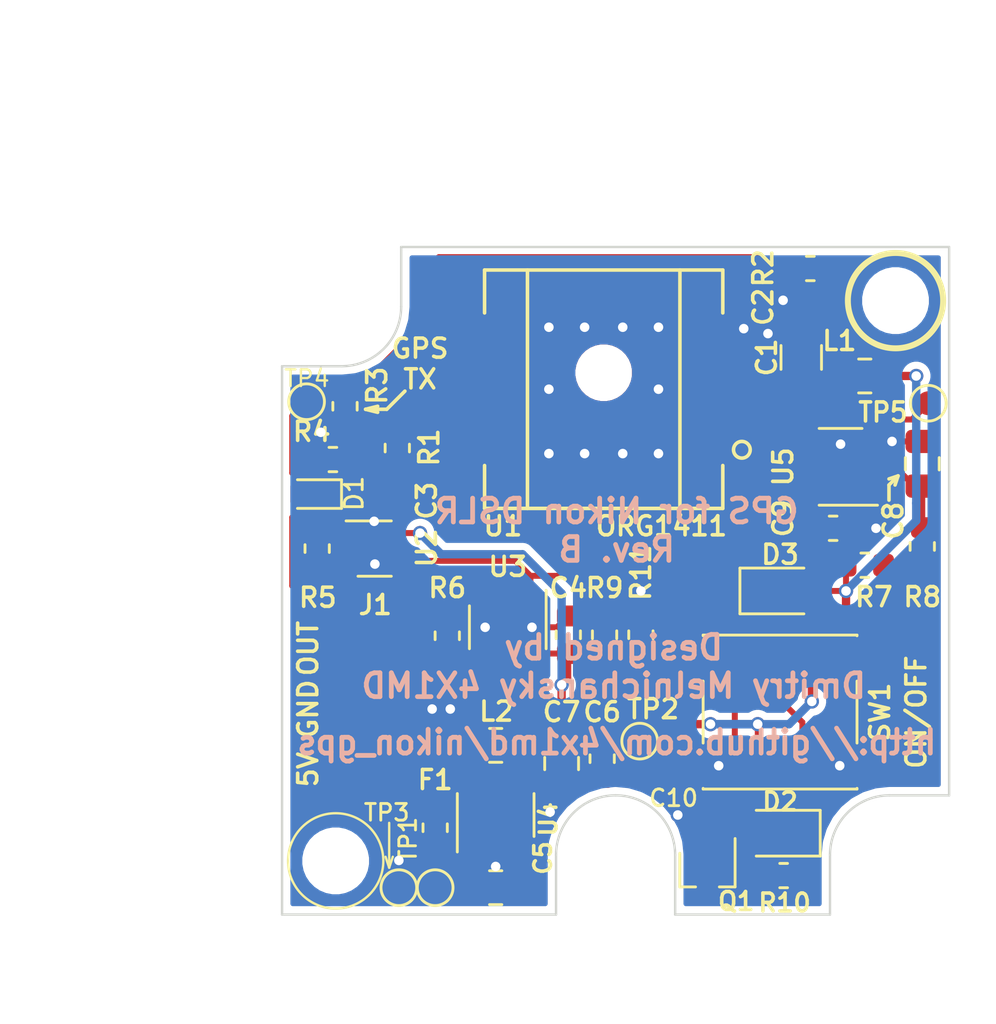
<source format=kicad_pcb>
(kicad_pcb (version 20171130) (host pcbnew 5.1.6-c6e7f7d~87~ubuntu18.04.1)

  (general
    (thickness 1.6)
    (drawings 71)
    (tracks 225)
    (zones 0)
    (modules 42)
    (nets 26)
  )

  (page A4)
  (title_block
    (title "DIY GPS for Nikon DSLR")
    (date 2020-08-01)
    (rev B)
  )

  (layers
    (0 F.Cu signal)
    (31 B.Cu signal)
    (32 B.Adhes user)
    (33 F.Adhes user)
    (34 B.Paste user)
    (35 F.Paste user)
    (36 B.SilkS user)
    (37 F.SilkS user)
    (38 B.Mask user)
    (39 F.Mask user)
    (40 Dwgs.User user)
    (41 Cmts.User user)
    (42 Eco1.User user)
    (43 Eco2.User user)
    (44 Edge.Cuts user)
    (45 Margin user)
    (46 B.CrtYd user)
    (47 F.CrtYd user)
    (48 B.Fab user)
    (49 F.Fab user)
  )

  (setup
    (last_trace_width 0.25)
    (user_trace_width 0.2)
    (user_trace_width 0.25)
    (user_trace_width 0.3)
    (user_trace_width 0.35)
    (user_trace_width 0.45)
    (user_trace_width 0.5)
    (user_trace_width 0.75)
    (user_trace_width 1)
    (trace_clearance 0.25)
    (zone_clearance 0.3)
    (zone_45_only no)
    (trace_min 0.2)
    (via_size 0.6)
    (via_drill 0.4)
    (via_min_size 0.4)
    (via_min_drill 0.3)
    (user_via 0.5 0.3)
    (user_via 0.7 0.5)
    (user_via 1 0.5)
    (uvia_size 0.3)
    (uvia_drill 0.1)
    (uvias_allowed no)
    (uvia_min_size 0.2)
    (uvia_min_drill 0.1)
    (edge_width 0.05)
    (segment_width 0.05)
    (pcb_text_width 0.3)
    (pcb_text_size 1.5 1.5)
    (mod_edge_width 0.15)
    (mod_text_size 1 1)
    (mod_text_width 0.15)
    (pad_size 0.6 0.45)
    (pad_drill 0)
    (pad_to_mask_clearance 0.2)
    (aux_axis_origin 100 100)
    (visible_elements 7FFFFFFF)
    (pcbplotparams
      (layerselection 0x310f0_ffffffff)
      (usegerberextensions false)
      (usegerberattributes false)
      (usegerberadvancedattributes false)
      (creategerberjobfile false)
      (excludeedgelayer false)
      (linewidth 0.100000)
      (plotframeref false)
      (viasonmask false)
      (mode 1)
      (useauxorigin false)
      (hpglpennumber 1)
      (hpglpenspeed 20)
      (hpglpendiameter 15.000000)
      (psnegative false)
      (psa4output false)
      (plotreference true)
      (plotvalue false)
      (plotinvisibletext false)
      (padsonsilk false)
      (subtractmaskfromsilk false)
      (outputformat 1)
      (mirror false)
      (drillshape 0)
      (scaleselection 1)
      (outputdirectory "gerbers"))
  )

  (net 0 "")
  (net 1 +5V)
  (net 2 +3V3)
  (net 3 /GPS_TX)
  (net 4 GND)
  (net 5 /~CTS)
  (net 6 /ON_OFF)
  (net 7 /WAKEUP)
  (net 8 /BUF_OUT)
  (net 9 /1PPS)
  (net 10 /ON_SW)
  (net 11 /3.3V_GPS)
  (net 12 "Net-(D1-Pad1)")
  (net 13 "Net-(D2-Pad1)")
  (net 14 "Net-(L2-Pad1)")
  (net 15 "Net-(C8-Pad1)")
  (net 16 /OE)
  (net 17 /5V_IN)
  (net 18 "Net-(U1-Pad8)")
  (net 19 "Net-(U1-Pad9)")
  (net 20 "Net-(U1-Pad10)")
  (net 21 /BUFFER_IN)
  (net 22 "Net-(Q1-Pad3)")
  (net 23 "Net-(C10-Pad1)")
  (net 24 /OUT)
  (net 25 "Net-(SW1-Pad2)")

  (net_class Default "This is the default net class."
    (clearance 0.25)
    (trace_width 0.25)
    (via_dia 0.6)
    (via_drill 0.4)
    (uvia_dia 0.3)
    (uvia_drill 0.1)
    (add_net +3V3)
    (add_net +5V)
    (add_net /1PPS)
    (add_net /3.3V_GPS)
    (add_net /5V_IN)
    (add_net /BUFFER_IN)
    (add_net /BUF_OUT)
    (add_net /GPS_TX)
    (add_net /OE)
    (add_net /ON_OFF)
    (add_net /ON_SW)
    (add_net /OUT)
    (add_net /WAKEUP)
    (add_net /~CTS)
    (add_net GND)
    (add_net "Net-(C10-Pad1)")
    (add_net "Net-(C8-Pad1)")
    (add_net "Net-(D1-Pad1)")
    (add_net "Net-(D2-Pad1)")
    (add_net "Net-(L2-Pad1)")
    (add_net "Net-(Q1-Pad3)")
    (add_net "Net-(SW1-Pad2)")
    (add_net "Net-(U1-Pad10)")
    (add_net "Net-(U1-Pad8)")
    (add_net "Net-(U1-Pad9)")
  )

  (module Nikon_GPS:R_0603 (layer F.Cu) (tedit 5F1C9B8A) (tstamp 5F26DDB2)
    (at 101.473 112.649 270)
    (descr "Resistor SMD 0603 (1608 Metric), square (rectangular) end terminal, IPC_7351 nominal, (Body size source: http://www.tortai-tech.com/upload/download/2011102023233369053.pdf), generated with kicad-footprint-generator")
    (tags resistor)
    (path /5F13FCD4)
    (attr smd)
    (fp_text reference R5 (at 2.0574 -0.0254 180) (layer F.SilkS)
      (effects (font (size 0.8 0.8) (thickness 0.15)))
    )
    (fp_text value 22K (at 0 1.43 90) (layer F.Fab)
      (effects (font (size 1 1) (thickness 0.15)))
    )
    (fp_line (start -0.8 0.4) (end -0.8 -0.4) (layer F.Fab) (width 0.1))
    (fp_line (start -0.8 -0.4) (end 0.8 -0.4) (layer F.Fab) (width 0.1))
    (fp_line (start 0.8 -0.4) (end 0.8 0.4) (layer F.Fab) (width 0.1))
    (fp_line (start 0.8 0.4) (end -0.8 0.4) (layer F.Fab) (width 0.1))
    (fp_line (start -0.162779 -0.51) (end 0.162779 -0.51) (layer F.SilkS) (width 0.12))
    (fp_line (start -0.162779 0.51) (end 0.162779 0.51) (layer F.SilkS) (width 0.12))
    (fp_line (start -1.48 0.73) (end -1.48 -0.73) (layer F.CrtYd) (width 0.05))
    (fp_line (start -1.48 -0.73) (end 1.48 -0.73) (layer F.CrtYd) (width 0.05))
    (fp_line (start 1.48 -0.73) (end 1.48 0.73) (layer F.CrtYd) (width 0.05))
    (fp_line (start 1.48 0.73) (end -1.48 0.73) (layer F.CrtYd) (width 0.05))
    (fp_text user %R (at 0 0 90) (layer F.Fab)
      (effects (font (size 0.4 0.4) (thickness 0.06)))
    )
    (pad 2 smd roundrect (at 0.7875 0 270) (size 0.875 0.95) (layers F.Cu F.Paste F.Mask) (roundrect_rratio 0.25)
      (net 16 /OE))
    (pad 1 smd roundrect (at -0.7875 0 270) (size 0.875 0.95) (layers F.Cu F.Paste F.Mask) (roundrect_rratio 0.25)
      (net 12 "Net-(D1-Pad1)"))
    (model ${KIPRJMOD}/nikon_gps.3dshapes/R_0603.step
      (at (xyz 0 0 0))
      (scale (xyz 1 1 1))
      (rotate (xyz 0 0 0))
    )
  )

  (module Nikon_GPS:SW_SPST_PTS645_4pin (layer F.Cu) (tedit 5F259F92) (tstamp 5F261C98)
    (at 120.904 119.507)
    (descr "C&K Components SPST SMD PTS645 Series 6mm Tact Switch")
    (tags "SPST Button Switch")
    (path /5F2959C7)
    (attr smd)
    (fp_text reference SW1 (at 4.191 0 90) (layer F.SilkS)
      (effects (font (size 0.8 0.8) (thickness 0.15)))
    )
    (fp_text value ON/OFF (at 0 0) (layer F.Fab)
      (effects (font (size 0.4 0.4) (thickness 0.05)))
    )
    (fp_circle (center 0 0) (end 1.75 -0.05) (layer F.Fab) (width 0.1))
    (fp_line (start -3.23 3.23) (end 3.23 3.23) (layer F.SilkS) (width 0.12))
    (fp_line (start -3.23 -1.3) (end -3.23 1.3) (layer F.SilkS) (width 0.12))
    (fp_line (start -3.23 -3.23) (end 3.23 -3.23) (layer F.SilkS) (width 0.12))
    (fp_line (start 3.23 -1.3) (end 3.23 1.3) (layer F.SilkS) (width 0.12))
    (fp_line (start -3.23 -3.2) (end -3.23 -3.23) (layer F.SilkS) (width 0.12))
    (fp_line (start -3.23 3.23) (end -3.23 3.2) (layer F.SilkS) (width 0.12))
    (fp_line (start 3.23 3.23) (end 3.23 3.2) (layer F.SilkS) (width 0.12))
    (fp_line (start 3.23 -3.23) (end 3.23 -3.2) (layer F.SilkS) (width 0.12))
    (fp_line (start -5.05 -3.4) (end 5.05 -3.4) (layer F.CrtYd) (width 0.05))
    (fp_line (start -5.05 3.4) (end 5.05 3.4) (layer F.CrtYd) (width 0.05))
    (fp_line (start -5.05 -3.4) (end -5.05 3.4) (layer F.CrtYd) (width 0.05))
    (fp_line (start 5.05 3.4) (end 5.05 -3.4) (layer F.CrtYd) (width 0.05))
    (fp_line (start 3 -3) (end -3 -3) (layer F.Fab) (width 0.1))
    (fp_line (start 3 3) (end 3 -3) (layer F.Fab) (width 0.1))
    (fp_line (start -3 3) (end 3 3) (layer F.Fab) (width 0.1))
    (fp_line (start -3 -3) (end -3 3) (layer F.Fab) (width 0.1))
    (fp_text user %R (at 0 -0.635) (layer F.Fab)
      (effects (font (size 0.4 0.4) (thickness 0.05)))
    )
    (pad 4 smd rect (at -3.98 2.25) (size 1.55 1.3) (layers F.Cu F.Paste F.Mask)
      (net 4 GND))
    (pad 2 smd rect (at -3.98 -2.25) (size 1.55 1.3) (layers F.Cu F.Paste F.Mask)
      (net 25 "Net-(SW1-Pad2)"))
    (pad 1 smd rect (at 3.98 -2.25) (size 1.55 1.3) (layers F.Cu F.Paste F.Mask)
      (net 10 /ON_SW))
    (pad 3 smd rect (at 3.98 2.25) (size 1.55 1.3) (layers F.Cu F.Paste F.Mask)
      (net 4 GND))
    (model ${KIPRJMOD}/nikon_gps.3dshapes/SW_SPST_PTS645_4pin.step
      (at (xyz 0 0 0))
      (scale (xyz 1 1 1))
      (rotate (xyz 0 0 0))
    )
  )

  (module Nikon_GPS:R_0603 (layer F.Cu) (tedit 5F1C9B8A) (tstamp 5F257476)
    (at 113.538 116.2635 90)
    (descr "Resistor SMD 0603 (1608 Metric), square (rectangular) end terminal, IPC_7351 nominal, (Body size source: http://www.tortai-tech.com/upload/download/2011102023233369053.pdf), generated with kicad-footprint-generator")
    (tags resistor)
    (path /5E558C0D)
    (attr smd)
    (fp_text reference R9 (at 1.9635 0) (layer F.SilkS)
      (effects (font (size 0.8 0.8) (thickness 0.15)))
    )
    (fp_text value 33K (at 0 -0.254 90) (layer F.Fab)
      (effects (font (size 0.4 0.4) (thickness 0.05)))
    )
    (fp_line (start -0.8 0.4) (end -0.8 -0.4) (layer F.Fab) (width 0.1))
    (fp_line (start -0.8 -0.4) (end 0.8 -0.4) (layer F.Fab) (width 0.1))
    (fp_line (start 0.8 -0.4) (end 0.8 0.4) (layer F.Fab) (width 0.1))
    (fp_line (start 0.8 0.4) (end -0.8 0.4) (layer F.Fab) (width 0.1))
    (fp_line (start -0.162779 -0.51) (end 0.162779 -0.51) (layer F.SilkS) (width 0.12))
    (fp_line (start -0.162779 0.51) (end 0.162779 0.51) (layer F.SilkS) (width 0.12))
    (fp_line (start -1.48 0.73) (end -1.48 -0.73) (layer F.CrtYd) (width 0.05))
    (fp_line (start -1.48 -0.73) (end 1.48 -0.73) (layer F.CrtYd) (width 0.05))
    (fp_line (start 1.48 -0.73) (end 1.48 0.73) (layer F.CrtYd) (width 0.05))
    (fp_line (start 1.48 0.73) (end -1.48 0.73) (layer F.CrtYd) (width 0.05))
    (fp_text user %R (at 0 0 90) (layer F.Fab)
      (effects (font (size 0.4 0.4) (thickness 0.075)))
    )
    (pad 2 smd roundrect (at 0.7875 0 90) (size 0.875 0.95) (layers F.Cu F.Paste F.Mask) (roundrect_rratio 0.25)
      (net 16 /OE))
    (pad 1 smd roundrect (at -0.7875 0 90) (size 0.875 0.95) (layers F.Cu F.Paste F.Mask) (roundrect_rratio 0.25)
      (net 23 "Net-(C10-Pad1)"))
    (model ${KIPRJMOD}/nikon_gps.3dshapes/R_0603.step
      (at (xyz 0 0 0))
      (scale (xyz 1 1 1))
      (rotate (xyz 0 0 0))
    )
  )

  (module Nikon_GPS:R_0603 (layer F.Cu) (tedit 5F1C9B8A) (tstamp 5F146C8C)
    (at 126.873 112.56 90)
    (descr "Resistor SMD 0603 (1608 Metric), square (rectangular) end terminal, IPC_7351 nominal, (Body size source: http://www.tortai-tech.com/upload/download/2011102023233369053.pdf), generated with kicad-footprint-generator")
    (tags resistor)
    (path /5E478A2C)
    (attr smd)
    (fp_text reference R8 (at -2.121 0 180) (layer F.SilkS)
      (effects (font (size 0.8 0.8) (thickness 0.15)))
    )
    (fp_text value 4.7K (at 0 -0.254 90) (layer F.Fab)
      (effects (font (size 0.4 0.4) (thickness 0.05)))
    )
    (fp_line (start -0.8 0.4) (end -0.8 -0.4) (layer F.Fab) (width 0.1))
    (fp_line (start -0.8 -0.4) (end 0.8 -0.4) (layer F.Fab) (width 0.1))
    (fp_line (start 0.8 -0.4) (end 0.8 0.4) (layer F.Fab) (width 0.1))
    (fp_line (start 0.8 0.4) (end -0.8 0.4) (layer F.Fab) (width 0.1))
    (fp_line (start -0.162779 -0.51) (end 0.162779 -0.51) (layer F.SilkS) (width 0.12))
    (fp_line (start -0.162779 0.51) (end 0.162779 0.51) (layer F.SilkS) (width 0.12))
    (fp_line (start -1.48 0.73) (end -1.48 -0.73) (layer F.CrtYd) (width 0.05))
    (fp_line (start -1.48 -0.73) (end 1.48 -0.73) (layer F.CrtYd) (width 0.05))
    (fp_line (start 1.48 -0.73) (end 1.48 0.73) (layer F.CrtYd) (width 0.05))
    (fp_line (start 1.48 0.73) (end -1.48 0.73) (layer F.CrtYd) (width 0.05))
    (fp_text user %R (at 0 0 90) (layer F.Fab)
      (effects (font (size 0.4 0.4) (thickness 0.075)))
    )
    (pad 2 smd roundrect (at 0.7875 0 90) (size 0.875 0.95) (layers F.Cu F.Paste F.Mask) (roundrect_rratio 0.25)
      (net 15 "Net-(C8-Pad1)"))
    (pad 1 smd roundrect (at -0.7875 0 90) (size 0.875 0.95) (layers F.Cu F.Paste F.Mask) (roundrect_rratio 0.25)
      (net 10 /ON_SW))
    (model ${KIPRJMOD}/nikon_gps.3dshapes/R_0603.step
      (at (xyz 0 0 0))
      (scale (xyz 1 1 1))
      (rotate (xyz 0 0 0))
    )
  )

  (module Nikon_GPS:C_0805 (layer F.Cu) (tedit 5F1C9A08) (tstamp 5F213FF9)
    (at 111.7346 121.666 270)
    (descr "Capacitor SMD 0805 (2012 Metric), square (rectangular) end terminal, IPC_7351 nominal, (Body size source: https://docs.google.com/spreadsheets/d/1BsfQQcO9C6DZCsRaXUlFlo91Tg2WpOkGARC1WS5S8t0/edit?usp=sharing), generated with kicad-footprint-generator")
    (tags capacitor)
    (path /5BCC5FD5)
    (attr smd)
    (fp_text reference C7 (at -2.159 0) (layer F.SilkS)
      (effects (font (size 0.8 0.8) (thickness 0.15)))
    )
    (fp_text value 10uF (at 0 -0.381 90) (layer F.Fab)
      (effects (font (size 0.5 0.5) (thickness 0.05)))
    )
    (fp_line (start -1 0.6) (end -1 -0.6) (layer F.Fab) (width 0.1))
    (fp_line (start -1 -0.6) (end 1 -0.6) (layer F.Fab) (width 0.1))
    (fp_line (start 1 -0.6) (end 1 0.6) (layer F.Fab) (width 0.1))
    (fp_line (start 1 0.6) (end -1 0.6) (layer F.Fab) (width 0.1))
    (fp_line (start -0.258578 -0.71) (end 0.258578 -0.71) (layer F.SilkS) (width 0.12))
    (fp_line (start -0.258578 0.71) (end 0.258578 0.71) (layer F.SilkS) (width 0.12))
    (fp_line (start -1.68 0.95) (end -1.68 -0.95) (layer F.CrtYd) (width 0.05))
    (fp_line (start -1.68 -0.95) (end 1.68 -0.95) (layer F.CrtYd) (width 0.05))
    (fp_line (start 1.68 -0.95) (end 1.68 0.95) (layer F.CrtYd) (width 0.05))
    (fp_line (start 1.68 0.95) (end -1.68 0.95) (layer F.CrtYd) (width 0.05))
    (fp_text user %R (at 0 0.254 90) (layer F.Fab)
      (effects (font (size 0.5 0.5) (thickness 0.05)))
    )
    (pad 2 smd roundrect (at 0.9375 0 270) (size 0.975 1.4) (layers F.Cu F.Paste F.Mask) (roundrect_rratio 0.25)
      (net 4 GND))
    (pad 1 smd roundrect (at -0.9375 0 270) (size 0.975 1.4) (layers F.Cu F.Paste F.Mask) (roundrect_rratio 0.25)
      (net 2 +3V3))
    (model ${KIPRJMOD}/nikon_gps.3dshapes/C_0805.step
      (at (xyz 0 0 0))
      (scale (xyz 1 1 1))
      (rotate (xyz 0 0 0))
    )
  )

  (module Nikon_GPS:Measurement_Point_Round-SMD-Pad_Small (layer F.Cu) (tedit 5F25DD60) (tstamp 5F21E188)
    (at 101.0285 106.4895)
    (descr "Mesurement Point, Round, SMD Pad, DM 1.5mm,")
    (tags "Mesurement Point Round SMD Pad 1.5mm")
    (path /5F17B613)
    (attr virtual)
    (fp_text reference TP4 (at 0.0127 -0.9779) (layer F.SilkS)
      (effects (font (size 0.7 0.7) (thickness 0.1)))
    )
    (fp_text value "GPS TX" (at 0 0) (layer F.Fab)
      (effects (font (size 0.3 0.3) (thickness 0.05)))
    )
    (fp_circle (center 0 0) (end 0.75 0) (layer F.SilkS) (width 0.12))
    (fp_circle (center 0 0) (end 0.75 0) (layer F.CrtYd) (width 0.05))
    (pad 1 smd circle (at 0 0) (size 1 1) (layers F.Cu F.Mask)
      (net 21 /BUFFER_IN))
  )

  (module Nikon_GPS:R_0603 (layer F.Cu) (tedit 5F1C9B8A) (tstamp 5F26F8E7)
    (at 102.1334 108.9152 180)
    (descr "Resistor SMD 0603 (1608 Metric), square (rectangular) end terminal, IPC_7351 nominal, (Body size source: http://www.tortai-tech.com/upload/download/2011102023233369053.pdf), generated with kicad-footprint-generator")
    (tags resistor)
    (path /5F6501F4)
    (attr smd)
    (fp_text reference R4 (at 0.889 1.1684) (layer F.SilkS)
      (effects (font (size 0.8 0.8) (thickness 0.15)))
    )
    (fp_text value 10K (at 0 1.43) (layer F.Fab)
      (effects (font (size 1 1) (thickness 0.15)))
    )
    (fp_line (start -0.8 0.4) (end -0.8 -0.4) (layer F.Fab) (width 0.1))
    (fp_line (start -0.8 -0.4) (end 0.8 -0.4) (layer F.Fab) (width 0.1))
    (fp_line (start 0.8 -0.4) (end 0.8 0.4) (layer F.Fab) (width 0.1))
    (fp_line (start 0.8 0.4) (end -0.8 0.4) (layer F.Fab) (width 0.1))
    (fp_line (start -0.162779 -0.51) (end 0.162779 -0.51) (layer F.SilkS) (width 0.12))
    (fp_line (start -0.162779 0.51) (end 0.162779 0.51) (layer F.SilkS) (width 0.12))
    (fp_line (start -1.48 0.73) (end -1.48 -0.73) (layer F.CrtYd) (width 0.05))
    (fp_line (start -1.48 -0.73) (end 1.48 -0.73) (layer F.CrtYd) (width 0.05))
    (fp_line (start 1.48 -0.73) (end 1.48 0.73) (layer F.CrtYd) (width 0.05))
    (fp_line (start 1.48 0.73) (end -1.48 0.73) (layer F.CrtYd) (width 0.05))
    (fp_text user %R (at 0 0) (layer F.Fab)
      (effects (font (size 0.4 0.4) (thickness 0.06)))
    )
    (pad 2 smd roundrect (at 0.7875 0 180) (size 0.875 0.95) (layers F.Cu F.Paste F.Mask) (roundrect_rratio 0.25)
      (net 4 GND))
    (pad 1 smd roundrect (at -0.7875 0 180) (size 0.875 0.95) (layers F.Cu F.Paste F.Mask) (roundrect_rratio 0.25)
      (net 7 /WAKEUP))
    (model ${KIPRJMOD}/nikon_gps.3dshapes/R_0603.step
      (at (xyz 0 0 0))
      (scale (xyz 1 1 1))
      (rotate (xyz 0 0 0))
    )
  )

  (module Nikon_GPS:R_0603 (layer F.Cu) (tedit 5F1C9B8A) (tstamp 5F2718E9)
    (at 102.6415 106.68 90)
    (descr "Resistor SMD 0603 (1608 Metric), square (rectangular) end terminal, IPC_7351 nominal, (Body size source: http://www.tortai-tech.com/upload/download/2011102023233369053.pdf), generated with kicad-footprint-generator")
    (tags resistor)
    (path /5F12A0B1)
    (attr smd)
    (fp_text reference R3 (at 0.8636 1.3461 270) (layer F.SilkS)
      (effects (font (size 0.8 0.8) (thickness 0.15)))
    )
    (fp_text value 10K (at 0 1.43 90) (layer F.Fab)
      (effects (font (size 1 1) (thickness 0.15)))
    )
    (fp_line (start -0.8 0.4) (end -0.8 -0.4) (layer F.Fab) (width 0.1))
    (fp_line (start -0.8 -0.4) (end 0.8 -0.4) (layer F.Fab) (width 0.1))
    (fp_line (start 0.8 -0.4) (end 0.8 0.4) (layer F.Fab) (width 0.1))
    (fp_line (start 0.8 0.4) (end -0.8 0.4) (layer F.Fab) (width 0.1))
    (fp_line (start -0.162779 -0.51) (end 0.162779 -0.51) (layer F.SilkS) (width 0.12))
    (fp_line (start -0.162779 0.51) (end 0.162779 0.51) (layer F.SilkS) (width 0.12))
    (fp_line (start -1.48 0.73) (end -1.48 -0.73) (layer F.CrtYd) (width 0.05))
    (fp_line (start -1.48 -0.73) (end 1.48 -0.73) (layer F.CrtYd) (width 0.05))
    (fp_line (start 1.48 -0.73) (end 1.48 0.73) (layer F.CrtYd) (width 0.05))
    (fp_line (start 1.48 0.73) (end -1.48 0.73) (layer F.CrtYd) (width 0.05))
    (fp_text user %R (at 0 0 90) (layer F.Fab)
      (effects (font (size 0.4 0.4) (thickness 0.06)))
    )
    (pad 2 smd roundrect (at 0.7875 0 90) (size 0.875 0.95) (layers F.Cu F.Paste F.Mask) (roundrect_rratio 0.25)
      (net 21 /BUFFER_IN))
    (pad 1 smd roundrect (at -0.7875 0 90) (size 0.875 0.95) (layers F.Cu F.Paste F.Mask) (roundrect_rratio 0.25)
      (net 4 GND))
    (model ${KIPRJMOD}/nikon_gps.3dshapes/R_0603.step
      (at (xyz 0 0 0))
      (scale (xyz 1 1 1))
      (rotate (xyz 0 0 0))
    )
  )

  (module Nikon_GPS:SOT-23-5 (layer F.Cu) (tedit 5EE3D7D4) (tstamp 5F21F30E)
    (at 123.444 109.22 180)
    (descr "5-pin SOT23 package")
    (tags SOT-23-5)
    (path /5E434A98)
    (attr smd)
    (fp_text reference U5 (at 2.413 0 270) (layer F.SilkS)
      (effects (font (size 0.8 0.8) (thickness 0.15)))
    )
    (fp_text value 74LVC1G14 (at -0.127 0.127 90) (layer F.Fab)
      (effects (font (size 0.25 0.25) (thickness 0.05)))
    )
    (fp_line (start -0.9 1.61) (end 0.9 1.61) (layer F.SilkS) (width 0.12))
    (fp_line (start 0.9 -1.61) (end -1.55 -1.61) (layer F.SilkS) (width 0.12))
    (fp_line (start -1.9 -1.8) (end 1.9 -1.8) (layer F.CrtYd) (width 0.05))
    (fp_line (start 1.9 -1.8) (end 1.9 1.8) (layer F.CrtYd) (width 0.05))
    (fp_line (start 1.9 1.8) (end -1.9 1.8) (layer F.CrtYd) (width 0.05))
    (fp_line (start -1.9 1.8) (end -1.9 -1.8) (layer F.CrtYd) (width 0.05))
    (fp_line (start -0.9 -0.9) (end -0.25 -1.55) (layer F.Fab) (width 0.1))
    (fp_line (start 0.9 -1.55) (end -0.25 -1.55) (layer F.Fab) (width 0.1))
    (fp_line (start -0.9 -0.9) (end -0.9 1.55) (layer F.Fab) (width 0.1))
    (fp_line (start 0.9 1.55) (end -0.9 1.55) (layer F.Fab) (width 0.1))
    (fp_line (start 0.9 -1.55) (end 0.9 1.55) (layer F.Fab) (width 0.1))
    (fp_text user %R (at 0.508 0 90) (layer F.Fab)
      (effects (font (size 0.5 0.5) (thickness 0.075)))
    )
    (pad 1 smd rect (at -1.1 -0.95 180) (size 1.06 0.65) (layers F.Cu F.Paste F.Mask))
    (pad 2 smd rect (at -1.1 0 180) (size 1.06 0.65) (layers F.Cu F.Paste F.Mask)
      (net 15 "Net-(C8-Pad1)"))
    (pad 3 smd rect (at -1.1 0.95 180) (size 1.06 0.65) (layers F.Cu F.Paste F.Mask)
      (net 4 GND))
    (pad 4 smd rect (at 1.1 0.95 180) (size 1.06 0.65) (layers F.Cu F.Paste F.Mask)
      (net 6 /ON_OFF))
    (pad 5 smd rect (at 1.1 -0.95 180) (size 1.06 0.65) (layers F.Cu F.Paste F.Mask)
      (net 2 +3V3))
    (model ${KIPRJMOD}/nikon_gps.3dshapes/SOT-23-5.step
      (at (xyz 0 0 0))
      (scale (xyz 1 1 1))
      (rotate (xyz 0 0 0))
    )
  )

  (module Nikon_GPS:L_0805 (layer F.Cu) (tedit 5F1C9B18) (tstamp 5C06F515)
    (at 124.46 105.41)
    (descr "Inductor SMD 0805 (2012 Metric), square (rectangular) end terminal, IPC_7351 nominal, (Body size source: https://docs.google.com/spreadsheets/d/1BsfQQcO9C6DZCsRaXUlFlo91Tg2WpOkGARC1WS5S8t0/edit?usp=sharing), generated with kicad-footprint-generator")
    (tags inductor)
    (path /5C07058A)
    (attr smd)
    (fp_text reference L1 (at -1.0668 -1.4732) (layer F.SilkS)
      (effects (font (size 0.8 0.8) (thickness 0.15)))
    )
    (fp_text value 600Ohm (at -0.0635 -0.381 180) (layer F.Fab)
      (effects (font (size 0.3 0.3) (thickness 0.05)))
    )
    (fp_line (start -1 0.6) (end -1 -0.6) (layer F.Fab) (width 0.1))
    (fp_line (start -1 -0.6) (end 1 -0.6) (layer F.Fab) (width 0.1))
    (fp_line (start 1 -0.6) (end 1 0.6) (layer F.Fab) (width 0.1))
    (fp_line (start 1 0.6) (end -1 0.6) (layer F.Fab) (width 0.1))
    (fp_line (start -0.258578 -0.71) (end 0.258578 -0.71) (layer F.SilkS) (width 0.12))
    (fp_line (start -0.258578 0.71) (end 0.258578 0.71) (layer F.SilkS) (width 0.12))
    (fp_line (start -1.68 0.95) (end -1.68 -0.95) (layer F.CrtYd) (width 0.05))
    (fp_line (start -1.68 -0.95) (end 1.68 -0.95) (layer F.CrtYd) (width 0.05))
    (fp_line (start 1.68 -0.95) (end 1.68 0.95) (layer F.CrtYd) (width 0.05))
    (fp_line (start 1.68 0.95) (end -1.68 0.95) (layer F.CrtYd) (width 0.05))
    (fp_text user %R (at 0.0635 0.254 180) (layer F.Fab)
      (effects (font (size 0.3 0.3) (thickness 0.05)))
    )
    (pad 2 smd roundrect (at 0.9375 0) (size 0.975 1.4) (layers F.Cu F.Paste F.Mask) (roundrect_rratio 0.25)
      (net 2 +3V3))
    (pad 1 smd roundrect (at -0.9375 0) (size 0.975 1.4) (layers F.Cu F.Paste F.Mask) (roundrect_rratio 0.25)
      (net 11 /3.3V_GPS))
    (model ${KIPRJMOD}/nikon_gps.3dshapes/L_0805.step
      (at (xyz 0 0 0))
      (scale (xyz 1 1 1))
      (rotate (xyz 0 0 0))
    )
  )

  (module Nikon_GPS:C_0402 (layer F.Cu) (tedit 5F1C9A99) (tstamp 5F1DDEA1)
    (at 122.451 102.235 180)
    (descr "Capacitor SMD 0402 (1005 Metric), square (rectangular) end terminal, IPC_7351 nominal, (Body size source: http://www.tortai-tech.com/upload/download/2011102023233369053.pdf), generated with kicad-footprint-generator")
    (tags capacitor)
    (path /5C039F06)
    (attr smd)
    (fp_text reference C2 (at 2.2582 -0.2794 90) (layer F.SilkS)
      (effects (font (size 0.8 0.8) (thickness 0.15)))
    )
    (fp_text value 18pF (at 0 -0.254) (layer F.Fab)
      (effects (font (size 0.25 0.25) (thickness 0.04)))
    )
    (fp_line (start 0.93 0.47) (end -0.93 0.47) (layer F.CrtYd) (width 0.05))
    (fp_line (start 0.93 -0.47) (end 0.93 0.47) (layer F.CrtYd) (width 0.05))
    (fp_line (start -0.93 -0.47) (end 0.93 -0.47) (layer F.CrtYd) (width 0.05))
    (fp_line (start -0.93 0.47) (end -0.93 -0.47) (layer F.CrtYd) (width 0.05))
    (fp_line (start 0.5 0.25) (end -0.5 0.25) (layer F.Fab) (width 0.1))
    (fp_line (start 0.5 -0.25) (end 0.5 0.25) (layer F.Fab) (width 0.1))
    (fp_line (start -0.5 -0.25) (end 0.5 -0.25) (layer F.Fab) (width 0.1))
    (fp_line (start -0.5 0.25) (end -0.5 -0.25) (layer F.Fab) (width 0.1))
    (fp_text user %R (at 0 0.254) (layer F.Fab)
      (effects (font (size 0.25 0.25) (thickness 0.04)))
    )
    (pad 2 smd roundrect (at 0.485 0 180) (size 0.59 0.64) (layers F.Cu F.Paste F.Mask) (roundrect_rratio 0.25)
      (net 4 GND))
    (pad 1 smd roundrect (at -0.485 0 180) (size 0.59 0.64) (layers F.Cu F.Paste F.Mask) (roundrect_rratio 0.25)
      (net 3 /GPS_TX))
    (model ${KIPRJMOD}/nikon_gps.3dshapes/C_0402.step
      (at (xyz 0 0 0))
      (scale (xyz 1 1 1))
      (rotate (xyz 0 0 0))
    )
  )

  (module Nikon_GPS:MountingHole_2.2mm_M2_DIN965 locked (layer F.Cu) (tedit 5EE3D788) (tstamp 5BD8A031)
    (at 125.75 102.25)
    (descr "Mounting Hole 2.2mm, no annular, M2, DIN965")
    (tags "mounting hole 2.2mm no annular m2 din965")
    (path /5BD82A2A)
    (attr virtual)
    (fp_text reference MH2 (at -1.925 -0.015 90) (layer B.SilkS) hide
      (effects (font (size 0.8 0.8) (thickness 0.1)) (justify mirror))
    )
    (fp_text value "M2 screw" (at -0.068 -0.015) (layer F.Fab)
      (effects (font (size 0.4 0.4) (thickness 0.05)))
    )
    (fp_circle (center 0 0) (end 2.15 0) (layer F.CrtYd) (width 0.05))
    (fp_circle (center 0 0) (end 1.9 0) (layer Cmts.User) (width 0.15))
    (fp_text user %R (at 0.3 0) (layer F.Fab)
      (effects (font (size 0.4 0.4) (thickness 0.05)))
    )
    (pad 1 np_thru_hole circle (at 0 0) (size 2.2 2.2) (drill 2.2) (layers *.Cu *.Mask))
  )

  (module Nikon_GPS:LED_0805 (layer F.Cu) (tedit 5F1C9D2F) (tstamp 5F1DB060)
    (at 120.904 114.427)
    (descr "LED SMD 0805 (2012 Metric), square (rectangular) end terminal, IPC_7351 nominal, (Body size source: https://docs.google.com/spreadsheets/d/1BsfQQcO9C6DZCsRaXUlFlo91Tg2WpOkGARC1WS5S8t0/edit?usp=sharing), generated with kicad-footprint-generator")
    (tags diode)
    (path /5BCCC6E9)
    (attr smd)
    (fp_text reference D3 (at 0 -1.524 180) (layer F.SilkS)
      (effects (font (size 0.8 0.8) (thickness 0.15)))
    )
    (fp_text value Green (at 0 1.27 180) (layer F.Fab)
      (effects (font (size 0.25 0.25) (thickness 0.05)))
    )
    (fp_line (start 1 -0.6) (end -0.7 -0.6) (layer F.Fab) (width 0.1))
    (fp_line (start -0.7 -0.6) (end -1 -0.3) (layer F.Fab) (width 0.1))
    (fp_line (start -1 -0.3) (end -1 0.6) (layer F.Fab) (width 0.1))
    (fp_line (start -1 0.6) (end 1 0.6) (layer F.Fab) (width 0.1))
    (fp_line (start 1 0.6) (end 1 -0.6) (layer F.Fab) (width 0.1))
    (fp_line (start 1 -0.96) (end -1.685 -0.96) (layer F.SilkS) (width 0.12))
    (fp_line (start -1.685 -0.96) (end -1.685 0.96) (layer F.SilkS) (width 0.12))
    (fp_line (start -1.685 0.96) (end 1 0.96) (layer F.SilkS) (width 0.12))
    (fp_line (start -1.68 0.95) (end -1.68 -0.95) (layer F.CrtYd) (width 0.05))
    (fp_line (start -1.68 -0.95) (end 1.68 -0.95) (layer F.CrtYd) (width 0.05))
    (fp_line (start 1.68 -0.95) (end 1.68 0.95) (layer F.CrtYd) (width 0.05))
    (fp_line (start 1.68 0.95) (end -1.68 0.95) (layer F.CrtYd) (width 0.05))
    (fp_text user %R (at 0.635 0 90) (layer F.Fab)
      (effects (font (size 0.25 0.25) (thickness 0.05)))
    )
    (pad 2 smd roundrect (at 0.9375 0) (size 0.975 1.4) (layers F.Cu F.Paste F.Mask) (roundrect_rratio 0.25)
      (net 2 +3V3))
    (pad 1 smd roundrect (at -0.9375 0) (size 0.975 1.4) (layers F.Cu F.Paste F.Mask) (roundrect_rratio 0.25)
      (net 13 "Net-(D2-Pad1)"))
    (model ${KIPRJMOD}/nikon_gps.3dshapes/LED_0805.wrl
      (offset (xyz -0.15 0 0))
      (scale (xyz 1 1 1))
      (rotate (xyz 0 0 0))
    )
  )

  (module Nikon_GPS:R_0603 (layer F.Cu) (tedit 5F1C9B8A) (tstamp 5F146C7C)
    (at 124.46 113.3475 180)
    (descr "Resistor SMD 0603 (1608 Metric), square (rectangular) end terminal, IPC_7351 nominal, (Body size source: http://www.tortai-tech.com/upload/download/2011102023233369053.pdf), generated with kicad-footprint-generator")
    (tags resistor)
    (path /5E47A7A1)
    (attr smd)
    (fp_text reference R7 (at -0.381 -1.3335) (layer F.SilkS)
      (effects (font (size 0.8 0.8) (thickness 0.15)))
    )
    (fp_text value 33K (at 0 -0.254) (layer F.Fab)
      (effects (font (size 0.4 0.4) (thickness 0.05)))
    )
    (fp_line (start -0.8 0.4) (end -0.8 -0.4) (layer F.Fab) (width 0.1))
    (fp_line (start -0.8 -0.4) (end 0.8 -0.4) (layer F.Fab) (width 0.1))
    (fp_line (start 0.8 -0.4) (end 0.8 0.4) (layer F.Fab) (width 0.1))
    (fp_line (start 0.8 0.4) (end -0.8 0.4) (layer F.Fab) (width 0.1))
    (fp_line (start -0.162779 -0.51) (end 0.162779 -0.51) (layer F.SilkS) (width 0.12))
    (fp_line (start -0.162779 0.51) (end 0.162779 0.51) (layer F.SilkS) (width 0.12))
    (fp_line (start -1.48 0.73) (end -1.48 -0.73) (layer F.CrtYd) (width 0.05))
    (fp_line (start -1.48 -0.73) (end 1.48 -0.73) (layer F.CrtYd) (width 0.05))
    (fp_line (start 1.48 -0.73) (end 1.48 0.73) (layer F.CrtYd) (width 0.05))
    (fp_line (start 1.48 0.73) (end -1.48 0.73) (layer F.CrtYd) (width 0.05))
    (fp_text user %R (at 0 0) (layer F.Fab)
      (effects (font (size 0.4 0.4) (thickness 0.075)))
    )
    (pad 2 smd roundrect (at 0.7875 0 180) (size 0.875 0.95) (layers F.Cu F.Paste F.Mask) (roundrect_rratio 0.25)
      (net 2 +3V3))
    (pad 1 smd roundrect (at -0.7875 0 180) (size 0.875 0.95) (layers F.Cu F.Paste F.Mask) (roundrect_rratio 0.25)
      (net 10 /ON_SW))
    (model ${KIPRJMOD}/nikon_gps.3dshapes/R_0603.step
      (at (xyz 0 0 0))
      (scale (xyz 1 1 1))
      (rotate (xyz 0 0 0))
    )
  )

  (module Nikon_GPS:R_0603 (layer F.Cu) (tedit 5F1C9B8A) (tstamp 5F24A859)
    (at 122.174 100.9015 180)
    (descr "Resistor SMD 0603 (1608 Metric), square (rectangular) end terminal, IPC_7351 nominal, (Body size source: http://www.tortai-tech.com/upload/download/2011102023233369053.pdf), generated with kicad-footprint-generator")
    (tags resistor)
    (path /5BC25077)
    (attr smd)
    (fp_text reference R2 (at 1.9812 0.0127 90) (layer F.SilkS)
      (effects (font (size 0.8 0.8) (thickness 0.15)))
    )
    (fp_text value 33 (at 0 -0.254) (layer F.Fab)
      (effects (font (size 0.4 0.4) (thickness 0.05)))
    )
    (fp_line (start -0.8 0.4) (end -0.8 -0.4) (layer F.Fab) (width 0.1))
    (fp_line (start -0.8 -0.4) (end 0.8 -0.4) (layer F.Fab) (width 0.1))
    (fp_line (start 0.8 -0.4) (end 0.8 0.4) (layer F.Fab) (width 0.1))
    (fp_line (start 0.8 0.4) (end -0.8 0.4) (layer F.Fab) (width 0.1))
    (fp_line (start -0.162779 -0.51) (end 0.162779 -0.51) (layer F.SilkS) (width 0.12))
    (fp_line (start -0.162779 0.51) (end 0.162779 0.51) (layer F.SilkS) (width 0.12))
    (fp_line (start -1.48 0.73) (end -1.48 -0.73) (layer F.CrtYd) (width 0.05))
    (fp_line (start -1.48 -0.73) (end 1.48 -0.73) (layer F.CrtYd) (width 0.05))
    (fp_line (start 1.48 -0.73) (end 1.48 0.73) (layer F.CrtYd) (width 0.05))
    (fp_line (start 1.48 0.73) (end -1.48 0.73) (layer F.CrtYd) (width 0.05))
    (fp_text user %R (at 0 0.3175) (layer F.Fab)
      (effects (font (size 0.4 0.4) (thickness 0.075)))
    )
    (pad 2 smd roundrect (at 0.7875 0 180) (size 0.875 0.95) (layers F.Cu F.Paste F.Mask) (roundrect_rratio 0.25)
      (net 21 /BUFFER_IN))
    (pad 1 smd roundrect (at -0.7875 0 180) (size 0.875 0.95) (layers F.Cu F.Paste F.Mask) (roundrect_rratio 0.25)
      (net 3 /GPS_TX))
    (model ${KIPRJMOD}/nikon_gps.3dshapes/R_0603.step
      (at (xyz 0 0 0))
      (scale (xyz 1 1 1))
      (rotate (xyz 0 0 0))
    )
  )

  (module Nikon_GPS:Fuse_0603 (layer F.Cu) (tedit 5F1C9AB9) (tstamp 5F272A9F)
    (at 106.426 124.3585 90)
    (descr "Fuse SMD 0603 (1608 Metric), square (rectangular) end terminal, IPC_7351 nominal, (Body size source: http://www.tortai-tech.com/upload/download/2011102023233369053.pdf), generated with kicad-footprint-generator")
    (tags resistor)
    (path /5BC25B14)
    (attr smd)
    (fp_text reference F1 (at 2.0067 0 180) (layer F.SilkS)
      (effects (font (size 0.8 0.8) (thickness 0.15)))
    )
    (fp_text value 0.1A (at 0 1.43 90) (layer F.Fab)
      (effects (font (size 1 1) (thickness 0.15)))
    )
    (fp_line (start -0.8 0.4) (end -0.8 -0.4) (layer F.Fab) (width 0.1))
    (fp_line (start -0.8 -0.4) (end 0.8 -0.4) (layer F.Fab) (width 0.1))
    (fp_line (start 0.8 -0.4) (end 0.8 0.4) (layer F.Fab) (width 0.1))
    (fp_line (start 0.8 0.4) (end -0.8 0.4) (layer F.Fab) (width 0.1))
    (fp_line (start -0.162779 -0.51) (end 0.162779 -0.51) (layer F.SilkS) (width 0.12))
    (fp_line (start -0.162779 0.51) (end 0.162779 0.51) (layer F.SilkS) (width 0.12))
    (fp_line (start -1.48 0.73) (end -1.48 -0.73) (layer F.CrtYd) (width 0.05))
    (fp_line (start -1.48 -0.73) (end 1.48 -0.73) (layer F.CrtYd) (width 0.05))
    (fp_line (start 1.48 -0.73) (end 1.48 0.73) (layer F.CrtYd) (width 0.05))
    (fp_line (start 1.48 0.73) (end -1.48 0.73) (layer F.CrtYd) (width 0.05))
    (fp_text user %R (at 0 0 90) (layer F.Fab)
      (effects (font (size 0.4 0.4) (thickness 0.06)))
    )
    (pad 2 smd roundrect (at 0.7875 0 90) (size 0.875 0.95) (layers F.Cu F.Paste F.Mask) (roundrect_rratio 0.25)
      (net 17 /5V_IN))
    (pad 1 smd roundrect (at -0.7875 0 90) (size 0.875 0.95) (layers F.Cu F.Paste F.Mask) (roundrect_rratio 0.25)
      (net 1 +5V))
    (model ${KIPRJMOD}/nikon_gps.3dshapes/Fuse_0603.step
      (at (xyz 0 0 0))
      (scale (xyz 1 1 1))
      (rotate (xyz 0 0 0))
    )
  )

  (module Nikon_GPS:L_0805 (layer F.Cu) (tedit 5F1C9B18) (tstamp 5F26602E)
    (at 108.966 120.904)
    (descr "Inductor SMD 0805 (2012 Metric), square (rectangular) end terminal, IPC_7351 nominal, (Body size source: https://docs.google.com/spreadsheets/d/1BsfQQcO9C6DZCsRaXUlFlo91Tg2WpOkGARC1WS5S8t0/edit?usp=sharing), generated with kicad-footprint-generator")
    (tags inductor)
    (path /5E3F471F)
    (attr smd)
    (fp_text reference L2 (at 0.0254 -1.4224 180) (layer F.SilkS)
      (effects (font (size 0.8 0.8) (thickness 0.15)))
    )
    (fp_text value 10uH (at -0.0635 -0.381) (layer F.Fab)
      (effects (font (size 0.3 0.3) (thickness 0.05)))
    )
    (fp_line (start -1 0.6) (end -1 -0.6) (layer F.Fab) (width 0.1))
    (fp_line (start -1 -0.6) (end 1 -0.6) (layer F.Fab) (width 0.1))
    (fp_line (start 1 -0.6) (end 1 0.6) (layer F.Fab) (width 0.1))
    (fp_line (start 1 0.6) (end -1 0.6) (layer F.Fab) (width 0.1))
    (fp_line (start -0.258578 -0.71) (end 0.258578 -0.71) (layer F.SilkS) (width 0.12))
    (fp_line (start -0.258578 0.71) (end 0.258578 0.71) (layer F.SilkS) (width 0.12))
    (fp_line (start -1.68 0.95) (end -1.68 -0.95) (layer F.CrtYd) (width 0.05))
    (fp_line (start -1.68 -0.95) (end 1.68 -0.95) (layer F.CrtYd) (width 0.05))
    (fp_line (start 1.68 -0.95) (end 1.68 0.95) (layer F.CrtYd) (width 0.05))
    (fp_line (start 1.68 0.95) (end -1.68 0.95) (layer F.CrtYd) (width 0.05))
    (fp_text user %R (at 0.0635 0.254) (layer F.Fab)
      (effects (font (size 0.3 0.3) (thickness 0.05)))
    )
    (pad 2 smd roundrect (at 0.9375 0) (size 0.975 1.4) (layers F.Cu F.Paste F.Mask) (roundrect_rratio 0.25)
      (net 2 +3V3))
    (pad 1 smd roundrect (at -0.9375 0) (size 0.975 1.4) (layers F.Cu F.Paste F.Mask) (roundrect_rratio 0.25)
      (net 14 "Net-(L2-Pad1)"))
    (model ${KIPRJMOD}/nikon_gps.3dshapes/L_0805.step
      (at (xyz 0 0 0))
      (scale (xyz 1 1 1))
      (rotate (xyz 0 0 0))
    )
  )

  (module Nikon_GPS:LED_0805 (layer F.Cu) (tedit 5F1C9D2F) (tstamp 5BCF8F64)
    (at 120.904 124.587 180)
    (descr "LED SMD 0805 (2012 Metric), square (rectangular) end terminal, IPC_7351 nominal, (Body size source: https://docs.google.com/spreadsheets/d/1BsfQQcO9C6DZCsRaXUlFlo91Tg2WpOkGARC1WS5S8t0/edit?usp=sharing), generated with kicad-footprint-generator")
    (tags diode)
    (path /5BCCC668)
    (attr smd)
    (fp_text reference D2 (at 0 1.3208 180) (layer F.SilkS)
      (effects (font (size 0.75 0.75) (thickness 0.15)))
    )
    (fp_text value Green (at -0.762 0 270) (layer F.Fab)
      (effects (font (size 0.25 0.25) (thickness 0.05)))
    )
    (fp_line (start 1 -0.6) (end -0.7 -0.6) (layer F.Fab) (width 0.1))
    (fp_line (start -0.7 -0.6) (end -1 -0.3) (layer F.Fab) (width 0.1))
    (fp_line (start -1 -0.3) (end -1 0.6) (layer F.Fab) (width 0.1))
    (fp_line (start -1 0.6) (end 1 0.6) (layer F.Fab) (width 0.1))
    (fp_line (start 1 0.6) (end 1 -0.6) (layer F.Fab) (width 0.1))
    (fp_line (start 1 -0.96) (end -1.685 -0.96) (layer F.SilkS) (width 0.12))
    (fp_line (start -1.685 -0.96) (end -1.685 0.96) (layer F.SilkS) (width 0.12))
    (fp_line (start -1.685 0.96) (end 1 0.96) (layer F.SilkS) (width 0.12))
    (fp_line (start -1.68 0.95) (end -1.68 -0.95) (layer F.CrtYd) (width 0.05))
    (fp_line (start -1.68 -0.95) (end 1.68 -0.95) (layer F.CrtYd) (width 0.05))
    (fp_line (start 1.68 -0.95) (end 1.68 0.95) (layer F.CrtYd) (width 0.05))
    (fp_line (start 1.68 0.95) (end -1.68 0.95) (layer F.CrtYd) (width 0.05))
    (fp_text user %R (at 0.635 0 270) (layer F.Fab)
      (effects (font (size 0.25 0.25) (thickness 0.05)))
    )
    (pad 2 smd roundrect (at 0.9375 0 180) (size 0.975 1.4) (layers F.Cu F.Paste F.Mask) (roundrect_rratio 0.25)
      (net 2 +3V3))
    (pad 1 smd roundrect (at -0.9375 0 180) (size 0.975 1.4) (layers F.Cu F.Paste F.Mask) (roundrect_rratio 0.25)
      (net 13 "Net-(D2-Pad1)"))
    (model ${KIPRJMOD}/nikon_gps.3dshapes/LED_0805.wrl
      (offset (xyz -0.15 0 0))
      (scale (xyz 1 1 1))
      (rotate (xyz 0 0 0))
    )
  )

  (module Nikon_GPS:Connection_Pads_03 (layer F.Cu) (tedit 5EE3D725) (tstamp 5F1D953F)
    (at 103.886 119.38 90)
    (descr "Three connection pads.")
    (tags "Just a \"Net tie\" as an more or less elegant way to connect two different nets without disturbing ERC and DRC. Make connection between the pads by yourself.")
    (path /5BC2557D)
    (fp_text reference J1 (at 4.3688 0.0254) (layer F.SilkS)
      (effects (font (size 0.8 0.8) (thickness 0.15)))
    )
    (fp_text value "1x03 pads" (at 0 0 270) (layer F.Fab)
      (effects (font (size 0.4 0.4) (thickness 0.05)))
    )
    (fp_text user %R (at 0 -2.54 270) (layer F.Fab)
      (effects (font (size 0.4 0.4) (thickness 0.05)))
    )
    (pad 1 smd oval (at -2.54 0 90) (size 2 3.5) (layers F.Cu F.Paste F.Mask)
      (net 17 /5V_IN))
    (pad 2 smd oval (at 0 0 90) (size 2 3.5) (layers F.Cu F.Paste F.Mask)
      (net 4 GND))
    (pad 3 smd oval (at 2.54 0 90) (size 2 3.5) (layers F.Cu F.Paste F.Mask)
      (net 24 /OUT))
  )

  (module Nikon_GPS:C_0805 (layer F.Cu) (tedit 5F1C9A08) (tstamp 5BD56B8D)
    (at 126.873 109.093 90)
    (descr "Capacitor SMD 0805 (2012 Metric), square (rectangular) end terminal, IPC_7351 nominal, (Body size source: https://docs.google.com/spreadsheets/d/1BsfQQcO9C6DZCsRaXUlFlo91Tg2WpOkGARC1WS5S8t0/edit?usp=sharing), generated with kicad-footprint-generator")
    (tags capacitor)
    (path /5E471137)
    (attr smd)
    (fp_text reference C8 (at -2.3876 -1.2192 270) (layer F.SilkS)
      (effects (font (size 0.8 0.8) (thickness 0.15)))
    )
    (fp_text value 100nF (at 0.0635 0.254 90) (layer F.Fab)
      (effects (font (size 0.4 0.4) (thickness 0.05)))
    )
    (fp_line (start -1 0.6) (end -1 -0.6) (layer F.Fab) (width 0.1))
    (fp_line (start -1 -0.6) (end 1 -0.6) (layer F.Fab) (width 0.1))
    (fp_line (start 1 -0.6) (end 1 0.6) (layer F.Fab) (width 0.1))
    (fp_line (start 1 0.6) (end -1 0.6) (layer F.Fab) (width 0.1))
    (fp_line (start -0.258578 -0.71) (end 0.258578 -0.71) (layer F.SilkS) (width 0.12))
    (fp_line (start -0.258578 0.71) (end 0.258578 0.71) (layer F.SilkS) (width 0.12))
    (fp_line (start -1.68 0.95) (end -1.68 -0.95) (layer F.CrtYd) (width 0.05))
    (fp_line (start -1.68 -0.95) (end 1.68 -0.95) (layer F.CrtYd) (width 0.05))
    (fp_line (start 1.68 -0.95) (end 1.68 0.95) (layer F.CrtYd) (width 0.05))
    (fp_line (start 1.68 0.95) (end -1.68 0.95) (layer F.CrtYd) (width 0.05))
    (fp_text user %R (at -0.0635 -0.254 90) (layer F.Fab)
      (effects (font (size 0.3 0.3) (thickness 0.05)))
    )
    (pad 2 smd roundrect (at 0.9375 0 90) (size 0.975 1.4) (layers F.Cu F.Paste F.Mask) (roundrect_rratio 0.25)
      (net 4 GND))
    (pad 1 smd roundrect (at -0.9375 0 90) (size 0.975 1.4) (layers F.Cu F.Paste F.Mask) (roundrect_rratio 0.25)
      (net 15 "Net-(C8-Pad1)"))
    (model ${KIPRJMOD}/nikon_gps.3dshapes/C_0805.step
      (at (xyz 0 0 0))
      (scale (xyz 1 1 1))
      (rotate (xyz 0 0 0))
    )
  )

  (module Nikon_GPS:MountingHole_2.2mm_M2_DIN965 locked (layer F.Cu) (tedit 5EE3D788) (tstamp 5BD8A02D)
    (at 102.25 125.75)
    (descr "Mounting Hole 2.2mm, no annular, M2, DIN965")
    (tags "mounting hole 2.2mm no annular m2 din965")
    (path /5BD82676)
    (attr virtual)
    (fp_text reference MH1 (at 0.0104 -2.6108) (layer B.SilkS) hide
      (effects (font (size 0.8 0.8) (thickness 0.15)) (justify mirror))
    )
    (fp_text value "M2 screw" (at 0.033 -0.02) (layer F.Fab)
      (effects (font (size 0.4 0.4) (thickness 0.05)))
    )
    (fp_circle (center 0 0) (end 2.15 0) (layer F.CrtYd) (width 0.05))
    (fp_circle (center 0 0) (end 1.9 0) (layer Cmts.User) (width 0.15))
    (fp_text user %R (at 0.3 0) (layer F.Fab)
      (effects (font (size 0.4 0.4) (thickness 0.05)))
    )
    (pad 1 np_thru_hole circle (at 0 0) (size 2.2 2.2) (drill 2.2) (layers *.Cu *.Mask))
  )

  (module Nikon_GPS:SOT-23-5 (layer F.Cu) (tedit 5EE3D7D4) (tstamp 5F222242)
    (at 109.474 115.951 270)
    (descr "5-pin SOT23 package")
    (tags SOT-23-5)
    (path /5BCC036B)
    (attr smd)
    (fp_text reference U3 (at -2.54 0 180) (layer F.SilkS)
      (effects (font (size 0.8 0.8) (thickness 0.15)))
    )
    (fp_text value SN74LV1T126 (at 0 2.9 90) (layer F.Fab)
      (effects (font (size 1 1) (thickness 0.15)))
    )
    (fp_line (start -0.9 1.61) (end 0.9 1.61) (layer F.SilkS) (width 0.12))
    (fp_line (start 0.9 -1.61) (end -1.55 -1.61) (layer F.SilkS) (width 0.12))
    (fp_line (start -1.9 -1.8) (end 1.9 -1.8) (layer F.CrtYd) (width 0.05))
    (fp_line (start 1.9 -1.8) (end 1.9 1.8) (layer F.CrtYd) (width 0.05))
    (fp_line (start 1.9 1.8) (end -1.9 1.8) (layer F.CrtYd) (width 0.05))
    (fp_line (start -1.9 1.8) (end -1.9 -1.8) (layer F.CrtYd) (width 0.05))
    (fp_line (start -0.9 -0.9) (end -0.25 -1.55) (layer F.Fab) (width 0.1))
    (fp_line (start 0.9 -1.55) (end -0.25 -1.55) (layer F.Fab) (width 0.1))
    (fp_line (start -0.9 -0.9) (end -0.9 1.55) (layer F.Fab) (width 0.1))
    (fp_line (start 0.9 1.55) (end -0.9 1.55) (layer F.Fab) (width 0.1))
    (fp_line (start 0.9 -1.55) (end 0.9 1.55) (layer F.Fab) (width 0.1))
    (fp_text user %R (at 0.508 0) (layer F.Fab)
      (effects (font (size 0.5 0.5) (thickness 0.075)))
    )
    (pad 1 smd rect (at -1.1 -0.95 270) (size 1.06 0.65) (layers F.Cu F.Paste F.Mask)
      (net 16 /OE))
    (pad 2 smd rect (at -1.1 0 270) (size 1.06 0.65) (layers F.Cu F.Paste F.Mask)
      (net 21 /BUFFER_IN))
    (pad 3 smd rect (at -1.1 0.95 270) (size 1.06 0.65) (layers F.Cu F.Paste F.Mask)
      (net 4 GND))
    (pad 4 smd rect (at 1.1 0.95 270) (size 1.06 0.65) (layers F.Cu F.Paste F.Mask)
      (net 8 /BUF_OUT))
    (pad 5 smd rect (at 1.1 -0.95 270) (size 1.06 0.65) (layers F.Cu F.Paste F.Mask)
      (net 2 +3V3))
    (model ${KIPRJMOD}/nikon_gps.3dshapes/SOT-23-5.step
      (at (xyz 0 0 0))
      (scale (xyz 1 1 1))
      (rotate (xyz 0 0 0))
    )
  )

  (module Nikon_GPS:SOT-23-5 (layer F.Cu) (tedit 5EE3D7D4) (tstamp 5EE42AE9)
    (at 108.966 123.825 90)
    (descr "5-pin SOT23 package")
    (tags SOT-23-5)
    (path /5E362319)
    (attr smd)
    (fp_text reference U4 (at -0.1778 2.2098 90) (layer F.SilkS)
      (effects (font (size 0.7 0.7) (thickness 0.15)))
    )
    (fp_text value TPS62203DBV (at 0 2.9 90) (layer F.Fab)
      (effects (font (size 1 1) (thickness 0.15)))
    )
    (fp_line (start -0.9 1.61) (end 0.9 1.61) (layer F.SilkS) (width 0.12))
    (fp_line (start 0.9 -1.61) (end -1.55 -1.61) (layer F.SilkS) (width 0.12))
    (fp_line (start -1.9 -1.8) (end 1.9 -1.8) (layer F.CrtYd) (width 0.05))
    (fp_line (start 1.9 -1.8) (end 1.9 1.8) (layer F.CrtYd) (width 0.05))
    (fp_line (start 1.9 1.8) (end -1.9 1.8) (layer F.CrtYd) (width 0.05))
    (fp_line (start -1.9 1.8) (end -1.9 -1.8) (layer F.CrtYd) (width 0.05))
    (fp_line (start -0.9 -0.9) (end -0.25 -1.55) (layer F.Fab) (width 0.1))
    (fp_line (start 0.9 -1.55) (end -0.25 -1.55) (layer F.Fab) (width 0.1))
    (fp_line (start -0.9 -0.9) (end -0.9 1.55) (layer F.Fab) (width 0.1))
    (fp_line (start 0.9 1.55) (end -0.9 1.55) (layer F.Fab) (width 0.1))
    (fp_line (start 0.9 -1.55) (end 0.9 1.55) (layer F.Fab) (width 0.1))
    (fp_text user %R (at 0.508 0) (layer F.Fab)
      (effects (font (size 0.5 0.5) (thickness 0.075)))
    )
    (pad 1 smd rect (at -1.1 -0.95 90) (size 1.06 0.65) (layers F.Cu F.Paste F.Mask)
      (net 1 +5V))
    (pad 2 smd rect (at -1.1 0 90) (size 1.06 0.65) (layers F.Cu F.Paste F.Mask)
      (net 4 GND))
    (pad 3 smd rect (at -1.1 0.95 90) (size 1.06 0.65) (layers F.Cu F.Paste F.Mask)
      (net 1 +5V))
    (pad 4 smd rect (at 1.1 0.95 90) (size 1.06 0.65) (layers F.Cu F.Paste F.Mask)
      (net 2 +3V3))
    (pad 5 smd rect (at 1.1 -0.95 90) (size 1.06 0.65) (layers F.Cu F.Paste F.Mask)
      (net 14 "Net-(L2-Pad1)"))
    (model ${KIPRJMOD}/nikon_gps.3dshapes/SOT-23-5.step
      (at (xyz 0 0 0))
      (scale (xyz 1 1 1))
      (rotate (xyz 0 0 0))
    )
  )

  (module Nikon_GPS:C_0805 (layer F.Cu) (tedit 5F1C9A08) (tstamp 5F1DC32A)
    (at 108.966 126.873)
    (descr "Capacitor SMD 0805 (2012 Metric), square (rectangular) end terminal, IPC_7351 nominal, (Body size source: https://docs.google.com/spreadsheets/d/1BsfQQcO9C6DZCsRaXUlFlo91Tg2WpOkGARC1WS5S8t0/edit?usp=sharing), generated with kicad-footprint-generator")
    (tags capacitor)
    (path /5BCC5A8A)
    (attr smd)
    (fp_text reference C5 (at 1.9812 -1.2446 90) (layer F.SilkS)
      (effects (font (size 0.7 0.7) (thickness 0.15)))
    )
    (fp_text value 4.7uF (at 0 -0.381) (layer F.Fab)
      (effects (font (size 0.5 0.5) (thickness 0.05)))
    )
    (fp_line (start -1 0.6) (end -1 -0.6) (layer F.Fab) (width 0.1))
    (fp_line (start -1 -0.6) (end 1 -0.6) (layer F.Fab) (width 0.1))
    (fp_line (start 1 -0.6) (end 1 0.6) (layer F.Fab) (width 0.1))
    (fp_line (start 1 0.6) (end -1 0.6) (layer F.Fab) (width 0.1))
    (fp_line (start -0.258578 -0.71) (end 0.258578 -0.71) (layer F.SilkS) (width 0.12))
    (fp_line (start -0.258578 0.71) (end 0.258578 0.71) (layer F.SilkS) (width 0.12))
    (fp_line (start -1.68 0.95) (end -1.68 -0.95) (layer F.CrtYd) (width 0.05))
    (fp_line (start -1.68 -0.95) (end 1.68 -0.95) (layer F.CrtYd) (width 0.05))
    (fp_line (start 1.68 -0.95) (end 1.68 0.95) (layer F.CrtYd) (width 0.05))
    (fp_line (start 1.68 0.95) (end -1.68 0.95) (layer F.CrtYd) (width 0.05))
    (fp_text user %R (at 0 0.254) (layer F.Fab)
      (effects (font (size 0.5 0.5) (thickness 0.05)))
    )
    (pad 2 smd roundrect (at 0.9375 0) (size 0.975 1.4) (layers F.Cu F.Paste F.Mask) (roundrect_rratio 0.25)
      (net 4 GND))
    (pad 1 smd roundrect (at -0.9375 0) (size 0.975 1.4) (layers F.Cu F.Paste F.Mask) (roundrect_rratio 0.25)
      (net 1 +5V))
    (model ${KIPRJMOD}/nikon_gps.3dshapes/C_0805.step
      (at (xyz 0 0 0))
      (scale (xyz 1 1 1))
      (rotate (xyz 0 0 0))
    )
  )

  (module Nikon_GPS:C_0603 (layer F.Cu) (tedit 5F1C9A1C) (tstamp 5F1465D0)
    (at 113.4364 121.4628 270)
    (descr "Capacitor SMD 0603 (1608 Metric), square (rectangular) end terminal, IPC_7351 nominal, (Body size source: http://www.tortai-tech.com/upload/download/2011102023233369053.pdf), generated with kicad-footprint-generator")
    (tags capacitor)
    (path /5BCC5EE5)
    (attr smd)
    (fp_text reference C6 (at -1.9558 0) (layer F.SilkS)
      (effects (font (size 0.8 0.8) (thickness 0.15)))
    )
    (fp_text value 1nF (at 0.127 0.127 90) (layer F.Fab)
      (effects (font (size 0.25 0.25) (thickness 0.05)))
    )
    (fp_line (start 1.48 0.73) (end -1.48 0.73) (layer F.CrtYd) (width 0.05))
    (fp_line (start 1.48 -0.73) (end 1.48 0.73) (layer F.CrtYd) (width 0.05))
    (fp_line (start -1.48 -0.73) (end 1.48 -0.73) (layer F.CrtYd) (width 0.05))
    (fp_line (start -1.48 0.73) (end -1.48 -0.73) (layer F.CrtYd) (width 0.05))
    (fp_line (start -0.162779 0.51) (end 0.162779 0.51) (layer F.SilkS) (width 0.12))
    (fp_line (start -0.162779 -0.51) (end 0.162779 -0.51) (layer F.SilkS) (width 0.12))
    (fp_line (start 0.8 0.4) (end -0.8 0.4) (layer F.Fab) (width 0.1))
    (fp_line (start 0.8 -0.4) (end 0.8 0.4) (layer F.Fab) (width 0.1))
    (fp_line (start -0.8 -0.4) (end 0.8 -0.4) (layer F.Fab) (width 0.1))
    (fp_line (start -0.8 0.4) (end -0.8 -0.4) (layer F.Fab) (width 0.1))
    (fp_text user %R (at 0 -0.127 90) (layer F.Fab)
      (effects (font (size 0.25 0.25) (thickness 0.05)))
    )
    (pad 2 smd roundrect (at 0.7875 0 270) (size 0.875 0.95) (layers F.Cu F.Paste F.Mask) (roundrect_rratio 0.25)
      (net 4 GND))
    (pad 1 smd roundrect (at -0.7875 0 270) (size 0.875 0.95) (layers F.Cu F.Paste F.Mask) (roundrect_rratio 0.25)
      (net 2 +3V3))
    (model ${KIPRJMOD}/nikon_gps.3dshapes/C_0603.step
      (at (xyz 0 0 0))
      (scale (xyz 1 1 1))
      (rotate (xyz 0 0 0))
    )
  )

  (module Nikon_GPS:C_0603 (layer F.Cu) (tedit 5F1C9A1C) (tstamp 5F146600)
    (at 123.1315 111.7981)
    (descr "Capacitor SMD 0603 (1608 Metric), square (rectangular) end terminal, IPC_7351 nominal, (Body size source: http://www.tortai-tech.com/upload/download/2011102023233369053.pdf), generated with kicad-footprint-generator")
    (tags capacitor)
    (path /5BCC622D)
    (attr smd)
    (fp_text reference C9 (at -2.1005 -0.4191 90) (layer F.SilkS)
      (effects (font (size 0.8 0.8) (thickness 0.15)))
    )
    (fp_text value 100nF (at 0.127 0.127) (layer F.Fab)
      (effects (font (size 0.25 0.25) (thickness 0.05)))
    )
    (fp_line (start 1.48 0.73) (end -1.48 0.73) (layer F.CrtYd) (width 0.05))
    (fp_line (start 1.48 -0.73) (end 1.48 0.73) (layer F.CrtYd) (width 0.05))
    (fp_line (start -1.48 -0.73) (end 1.48 -0.73) (layer F.CrtYd) (width 0.05))
    (fp_line (start -1.48 0.73) (end -1.48 -0.73) (layer F.CrtYd) (width 0.05))
    (fp_line (start -0.162779 0.51) (end 0.162779 0.51) (layer F.SilkS) (width 0.12))
    (fp_line (start -0.162779 -0.51) (end 0.162779 -0.51) (layer F.SilkS) (width 0.12))
    (fp_line (start 0.8 0.4) (end -0.8 0.4) (layer F.Fab) (width 0.1))
    (fp_line (start 0.8 -0.4) (end 0.8 0.4) (layer F.Fab) (width 0.1))
    (fp_line (start -0.8 -0.4) (end 0.8 -0.4) (layer F.Fab) (width 0.1))
    (fp_line (start -0.8 0.4) (end -0.8 -0.4) (layer F.Fab) (width 0.1))
    (fp_text user %R (at 0 -0.127) (layer F.Fab)
      (effects (font (size 0.25 0.25) (thickness 0.05)))
    )
    (pad 2 smd roundrect (at 0.7875 0) (size 0.875 0.95) (layers F.Cu F.Paste F.Mask) (roundrect_rratio 0.25)
      (net 4 GND))
    (pad 1 smd roundrect (at -0.7875 0) (size 0.875 0.95) (layers F.Cu F.Paste F.Mask) (roundrect_rratio 0.25)
      (net 2 +3V3))
    (model ${KIPRJMOD}/nikon_gps.3dshapes/C_0603.step
      (at (xyz 0 0 0))
      (scale (xyz 1 1 1))
      (rotate (xyz 0 0 0))
    )
  )

  (module Nikon_GPS:Measurement_Point_Round-SMD-Pad_Small (layer F.Cu) (tedit 5F25DD60) (tstamp 5F14694E)
    (at 106.426 126.873)
    (descr "Mesurement Point, Round, SMD Pad, DM 1.5mm,")
    (tags "Mesurement Point Round SMD Pad 1.5mm")
    (path /5F17EDFC)
    (attr virtual)
    (fp_text reference TP1 (at -1.143 -2.0066 90) (layer F.SilkS)
      (effects (font (size 0.7 0.7) (thickness 0.12)))
    )
    (fp_text value 5V (at 0 0) (layer F.Fab)
      (effects (font (size 0.3 0.3) (thickness 0.05)))
    )
    (fp_circle (center 0 0) (end 0.75 0) (layer F.SilkS) (width 0.12))
    (fp_circle (center 0 0) (end 0.75 0) (layer F.CrtYd) (width 0.05))
    (pad 1 smd circle (at 0 0) (size 1 1) (layers F.Cu F.Mask)
      (net 1 +5V))
  )

  (module Nikon_GPS:Measurement_Point_Round-SMD-Pad_Small (layer F.Cu) (tedit 5F25DD60) (tstamp 5F22C8C0)
    (at 115.0112 120.7261)
    (descr "Mesurement Point, Round, SMD Pad, DM 1.5mm,")
    (tags "Mesurement Point Round SMD Pad 1.5mm")
    (path /5F17FBAB)
    (attr virtual)
    (fp_text reference TP2 (at 0.5588 -1.3461 180) (layer F.SilkS)
      (effects (font (size 0.8 0.8) (thickness 0.15)))
    )
    (fp_text value 3.3V (at 0 0) (layer F.Fab)
      (effects (font (size 0.3 0.3) (thickness 0.05)))
    )
    (fp_circle (center 0 0) (end 0.75 0) (layer F.SilkS) (width 0.12))
    (fp_circle (center 0 0) (end 0.75 0) (layer F.CrtYd) (width 0.05))
    (pad 1 smd circle (at 0 0) (size 1 1) (layers F.Cu F.Mask)
      (net 2 +3V3))
  )

  (module Nikon_GPS:Measurement_Point_Round-SMD-Pad_Small (layer F.Cu) (tedit 5F25DD60) (tstamp 5F250B93)
    (at 104.902 126.873)
    (descr "Mesurement Point, Round, SMD Pad, DM 1.5mm,")
    (tags "Mesurement Point Round SMD Pad 1.5mm")
    (path /5F1802A4)
    (attr virtual)
    (fp_text reference TP3 (at -0.508 -3.1496 180) (layer F.SilkS)
      (effects (font (size 0.7 0.7) (thickness 0.12)))
    )
    (fp_text value GND (at 0 0) (layer F.Fab)
      (effects (font (size 0.3 0.3) (thickness 0.05)))
    )
    (fp_circle (center 0 0) (end 0.75 0) (layer F.SilkS) (width 0.12))
    (fp_circle (center 0 0) (end 0.75 0) (layer F.CrtYd) (width 0.05))
    (pad 1 smd circle (at 0 0) (size 1 1) (layers F.Cu F.Mask)
      (net 4 GND))
  )

  (module Nikon_GPS:R_0603 (layer F.Cu) (tedit 5F1C9B8A) (tstamp 5F2642B4)
    (at 106.934 116.3065 270)
    (descr "Resistor SMD 0603 (1608 Metric), square (rectangular) end terminal, IPC_7351 nominal, (Body size source: http://www.tortai-tech.com/upload/download/2011102023233369053.pdf), generated with kicad-footprint-generator")
    (tags resistor)
    (path /5BC25677)
    (attr smd)
    (fp_text reference R6 (at -2.0065 0 180) (layer F.SilkS)
      (effects (font (size 0.8 0.8) (thickness 0.15)))
    )
    (fp_text value 33 (at 0 -0.254 90) (layer F.Fab)
      (effects (font (size 0.4 0.4) (thickness 0.05)))
    )
    (fp_line (start -0.8 0.4) (end -0.8 -0.4) (layer F.Fab) (width 0.1))
    (fp_line (start -0.8 -0.4) (end 0.8 -0.4) (layer F.Fab) (width 0.1))
    (fp_line (start 0.8 -0.4) (end 0.8 0.4) (layer F.Fab) (width 0.1))
    (fp_line (start 0.8 0.4) (end -0.8 0.4) (layer F.Fab) (width 0.1))
    (fp_line (start -0.162779 -0.51) (end 0.162779 -0.51) (layer F.SilkS) (width 0.12))
    (fp_line (start -0.162779 0.51) (end 0.162779 0.51) (layer F.SilkS) (width 0.12))
    (fp_line (start -1.48 0.73) (end -1.48 -0.73) (layer F.CrtYd) (width 0.05))
    (fp_line (start -1.48 -0.73) (end 1.48 -0.73) (layer F.CrtYd) (width 0.05))
    (fp_line (start 1.48 -0.73) (end 1.48 0.73) (layer F.CrtYd) (width 0.05))
    (fp_line (start 1.48 0.73) (end -1.48 0.73) (layer F.CrtYd) (width 0.05))
    (fp_text user %R (at 0 0 90) (layer F.Fab)
      (effects (font (size 0.4 0.4) (thickness 0.075)))
    )
    (pad 2 smd roundrect (at 0.7875 0 270) (size 0.875 0.95) (layers F.Cu F.Paste F.Mask) (roundrect_rratio 0.25)
      (net 24 /OUT))
    (pad 1 smd roundrect (at -0.7875 0 270) (size 0.875 0.95) (layers F.Cu F.Paste F.Mask) (roundrect_rratio 0.25)
      (net 8 /BUF_OUT))
    (model ${KIPRJMOD}/nikon_gps.3dshapes/R_0603.step
      (at (xyz 0 0 0))
      (scale (xyz 1 1 1))
      (rotate (xyz 0 0 0))
    )
  )

  (module Nikon_GPS:R_0603 (layer F.Cu) (tedit 5F1C9B8A) (tstamp 5F255EF4)
    (at 121.054 126.365)
    (descr "Resistor SMD 0603 (1608 Metric), square (rectangular) end terminal, IPC_7351 nominal, (Body size source: http://www.tortai-tech.com/upload/download/2011102023233369053.pdf), generated with kicad-footprint-generator")
    (tags resistor)
    (path /5BD7356E)
    (attr smd)
    (fp_text reference R10 (at 0.0405 1.143) (layer F.SilkS)
      (effects (font (size 0.75 0.75) (thickness 0.15)))
    )
    (fp_text value 330 (at 0 -0.254) (layer F.Fab)
      (effects (font (size 0.4 0.4) (thickness 0.05)))
    )
    (fp_line (start -0.8 0.4) (end -0.8 -0.4) (layer F.Fab) (width 0.1))
    (fp_line (start -0.8 -0.4) (end 0.8 -0.4) (layer F.Fab) (width 0.1))
    (fp_line (start 0.8 -0.4) (end 0.8 0.4) (layer F.Fab) (width 0.1))
    (fp_line (start 0.8 0.4) (end -0.8 0.4) (layer F.Fab) (width 0.1))
    (fp_line (start -0.162779 -0.51) (end 0.162779 -0.51) (layer F.SilkS) (width 0.12))
    (fp_line (start -0.162779 0.51) (end 0.162779 0.51) (layer F.SilkS) (width 0.12))
    (fp_line (start -1.48 0.73) (end -1.48 -0.73) (layer F.CrtYd) (width 0.05))
    (fp_line (start -1.48 -0.73) (end 1.48 -0.73) (layer F.CrtYd) (width 0.05))
    (fp_line (start 1.48 -0.73) (end 1.48 0.73) (layer F.CrtYd) (width 0.05))
    (fp_line (start 1.48 0.73) (end -1.48 0.73) (layer F.CrtYd) (width 0.05))
    (fp_text user %R (at 0 0) (layer F.Fab)
      (effects (font (size 0.4 0.4) (thickness 0.075)))
    )
    (pad 2 smd roundrect (at 0.7875 0) (size 0.875 0.95) (layers F.Cu F.Paste F.Mask) (roundrect_rratio 0.25)
      (net 13 "Net-(D2-Pad1)"))
    (pad 1 smd roundrect (at -0.7875 0) (size 0.875 0.95) (layers F.Cu F.Paste F.Mask) (roundrect_rratio 0.25)
      (net 22 "Net-(Q1-Pad3)"))
    (model ${KIPRJMOD}/nikon_gps.3dshapes/R_0603.step
      (at (xyz 0 0 0))
      (scale (xyz 1 1 1))
      (rotate (xyz 0 0 0))
    )
  )

  (module Nikon_GPS:C_0603 (layer F.Cu) (tedit 5F1C9A1C) (tstamp 5F146E03)
    (at 112.014 116.2635 270)
    (descr "Capacitor SMD 0603 (1608 Metric), square (rectangular) end terminal, IPC_7351 nominal, (Body size source: http://www.tortai-tech.com/upload/download/2011102023233369053.pdf), generated with kicad-footprint-generator")
    (tags capacitor)
    (path /5BCC7288)
    (attr smd)
    (fp_text reference C4 (at -1.9635 0) (layer F.SilkS)
      (effects (font (size 0.8 0.8) (thickness 0.15)))
    )
    (fp_text value 100nF (at 0.127 0.127 90) (layer F.Fab)
      (effects (font (size 0.25 0.25) (thickness 0.05)))
    )
    (fp_line (start 1.48 0.73) (end -1.48 0.73) (layer F.CrtYd) (width 0.05))
    (fp_line (start 1.48 -0.73) (end 1.48 0.73) (layer F.CrtYd) (width 0.05))
    (fp_line (start -1.48 -0.73) (end 1.48 -0.73) (layer F.CrtYd) (width 0.05))
    (fp_line (start -1.48 0.73) (end -1.48 -0.73) (layer F.CrtYd) (width 0.05))
    (fp_line (start -0.162779 0.51) (end 0.162779 0.51) (layer F.SilkS) (width 0.12))
    (fp_line (start -0.162779 -0.51) (end 0.162779 -0.51) (layer F.SilkS) (width 0.12))
    (fp_line (start 0.8 0.4) (end -0.8 0.4) (layer F.Fab) (width 0.1))
    (fp_line (start 0.8 -0.4) (end 0.8 0.4) (layer F.Fab) (width 0.1))
    (fp_line (start -0.8 -0.4) (end 0.8 -0.4) (layer F.Fab) (width 0.1))
    (fp_line (start -0.8 0.4) (end -0.8 -0.4) (layer F.Fab) (width 0.1))
    (fp_text user %R (at 0 -0.127 90) (layer F.Fab)
      (effects (font (size 0.25 0.25) (thickness 0.05)))
    )
    (pad 2 smd roundrect (at 0.7875 0 270) (size 0.875 0.95) (layers F.Cu F.Paste F.Mask) (roundrect_rratio 0.25)
      (net 2 +3V3))
    (pad 1 smd roundrect (at -0.7875 0 270) (size 0.875 0.95) (layers F.Cu F.Paste F.Mask) (roundrect_rratio 0.25)
      (net 4 GND))
    (model ${KIPRJMOD}/nikon_gps.3dshapes/C_0603.step
      (at (xyz 0 0 0))
      (scale (xyz 1 1 1))
      (rotate (xyz 0 0 0))
    )
  )

  (module Nikon_GPS:C_0805_NarrowPads (layer F.Cu) (tedit 5F1C678E) (tstamp 5F24A027)
    (at 121.793 104.632 270)
    (descr "Capacitor SMD 0805, reflow soldering, AVX (see smccp.pdf)")
    (tags "capacitor 0805")
    (path /5BCC7898)
    (attr smd)
    (fp_text reference C1 (at 0 1.4478 90) (layer F.SilkS)
      (effects (font (size 0.8 0.8) (thickness 0.15)))
    )
    (fp_text value 100nF (at 0 -0.381 90) (layer F.Fab)
      (effects (font (size 0.5 0.5) (thickness 0.05)))
    )
    (fp_line (start 1.75 0.87) (end -1.75 0.87) (layer F.CrtYd) (width 0.05))
    (fp_line (start 1.75 0.87) (end 1.75 -0.88) (layer F.CrtYd) (width 0.05))
    (fp_line (start -1.75 -0.88) (end -1.75 0.87) (layer F.CrtYd) (width 0.05))
    (fp_line (start -1.75 -0.88) (end 1.75 -0.88) (layer F.CrtYd) (width 0.05))
    (fp_line (start -0.5 0.85) (end 0.5 0.85) (layer F.SilkS) (width 0.12))
    (fp_line (start 0.5 -0.85) (end -0.5 -0.85) (layer F.SilkS) (width 0.12))
    (fp_line (start -1 -0.62) (end 1 -0.62) (layer F.Fab) (width 0.1))
    (fp_line (start 1 -0.62) (end 1 0.62) (layer F.Fab) (width 0.1))
    (fp_line (start 1 0.62) (end -1 0.62) (layer F.Fab) (width 0.1))
    (fp_line (start -1 0.62) (end -1 -0.62) (layer F.Fab) (width 0.1))
    (fp_text user %R (at 0 0.254 90) (layer F.Fab)
      (effects (font (size 0.5 0.5) (thickness 0.05)))
    )
    (pad 2 smd rect (at 1 0 270) (size 0.7 1.3) (layers F.Cu F.Paste F.Mask)
      (net 11 /3.3V_GPS))
    (pad 1 smd rect (at -1 0 270) (size 0.7 1.3) (layers F.Cu F.Paste F.Mask)
      (net 4 GND))
    (model ${KIPRJMOD}/nikon_gps.3dshapes/C_0805.step
      (at (xyz 0 0 0))
      (scale (xyz 1 1 1))
      (rotate (xyz 0 0 0))
    )
  )

  (module Nikon_GPS:C_0402 (layer F.Cu) (tedit 5F1C9A99) (tstamp 5F212464)
    (at 104.351 110.617)
    (descr "Capacitor SMD 0402 (1005 Metric), square (rectangular) end terminal, IPC_7351 nominal, (Body size source: http://www.tortai-tech.com/upload/download/2011102023233369053.pdf), generated with kicad-footprint-generator")
    (tags capacitor)
    (path /5F200C55)
    (attr smd)
    (fp_text reference C3 (at 1.7194 0.0254 90) (layer F.SilkS)
      (effects (font (size 0.8 0.8) (thickness 0.15)))
    )
    (fp_text value 100nF (at 0 1.17) (layer F.Fab)
      (effects (font (size 1 1) (thickness 0.15)))
    )
    (fp_line (start 0.93 0.47) (end -0.93 0.47) (layer F.CrtYd) (width 0.05))
    (fp_line (start 0.93 -0.47) (end 0.93 0.47) (layer F.CrtYd) (width 0.05))
    (fp_line (start -0.93 -0.47) (end 0.93 -0.47) (layer F.CrtYd) (width 0.05))
    (fp_line (start -0.93 0.47) (end -0.93 -0.47) (layer F.CrtYd) (width 0.05))
    (fp_line (start 0.5 0.25) (end -0.5 0.25) (layer F.Fab) (width 0.1))
    (fp_line (start 0.5 -0.25) (end 0.5 0.25) (layer F.Fab) (width 0.1))
    (fp_line (start -0.5 -0.25) (end 0.5 -0.25) (layer F.Fab) (width 0.1))
    (fp_line (start -0.5 0.25) (end -0.5 -0.25) (layer F.Fab) (width 0.1))
    (fp_text user %R (at 0 0) (layer F.Fab)
      (effects (font (size 0.25 0.25) (thickness 0.04)))
    )
    (pad 2 smd roundrect (at 0.485 0) (size 0.59 0.64) (layers F.Cu F.Paste F.Mask) (roundrect_rratio 0.25)
      (net 2 +3V3))
    (pad 1 smd roundrect (at -0.485 0) (size 0.59 0.64) (layers F.Cu F.Paste F.Mask) (roundrect_rratio 0.25)
      (net 4 GND))
    (model ${KIPRJMOD}/nikon_gps.3dshapes/C_0402.step
      (at (xyz 0 0 0))
      (scale (xyz 1 1 1))
      (rotate (xyz 0 0 0))
    )
  )

  (module Nikon_GPS:Measurement_Point_Round-SMD-Pad_Small (layer F.Cu) (tedit 5F25DD60) (tstamp 5F1DE0D6)
    (at 127.127 106.553)
    (descr "Mesurement Point, Round, SMD Pad, DM 1.5mm,")
    (tags "Mesurement Point Round SMD Pad 1.5mm")
    (path /5F4B2DD4)
    (attr virtual)
    (fp_text reference TP5 (at -1.905 0.381) (layer F.SilkS)
      (effects (font (size 0.8 0.75) (thickness 0.15)))
    )
    (fp_text value 1PPS (at -0.127 0.508) (layer F.Fab)
      (effects (font (size 0.3 0.3) (thickness 0.05)))
    )
    (fp_circle (center 0 0) (end 0.75 0) (layer F.SilkS) (width 0.12))
    (fp_circle (center 0 0) (end 0.75 0) (layer F.CrtYd) (width 0.05))
    (pad 1 smd circle (at 0 0) (size 1 1) (layers F.Cu F.Mask)
      (net 9 /1PPS))
  )

  (module Nikon_GPS:ORG1411_GPS_ALT locked (layer F.Cu) (tedit 5F25DB6D) (tstamp 5F1DACA1)
    (at 108.3 110.965)
    (tags "gps gnss glonass org1411")
    (path /5F4DDE32)
    (fp_text reference U1 (at 0.9708 0.7442 -180) (layer F.SilkS)
      (effects (font (size 0.8 0.8) (thickness 0.15)))
    )
    (fp_text value "Hornet ORG1411" (at 7.2 -11.6) (layer F.Fab)
      (effects (font (size 0.5 0.5) (thickness 0.05)))
    )
    (fp_line (start 8.4 -10) (end 8.4 0) (layer F.SilkS) (width 0.15))
    (fp_line (start 2 -10) (end 2 0) (layer F.SilkS) (width 0.15))
    (fp_line (start 0.2 -1.8) (end 0.2 0) (layer F.SilkS) (width 0.15))
    (fp_line (start 10.2 -10) (end 10.2 -8.2) (layer F.SilkS) (width 0.15))
    (fp_line (start 0.2 -10) (end 0.2 -8.2) (layer F.SilkS) (width 0.15))
    (fp_line (start 0.2 -10) (end 10.2 -10) (layer F.SilkS) (width 0.15))
    (fp_circle (center 11 -2.46) (end 11.35 -2.46) (layer F.SilkS) (width 0.15))
    (fp_line (start 0.2 0) (end 10.2 0) (layer F.SilkS) (width 0.15))
    (fp_line (start 10.2 -1.8) (end 10.2 0) (layer F.SilkS) (width 0.15))
    (pad 5 thru_hole circle (at 7.5 -5) (size 0.8 0.8) (drill 0.4) (layers *.Cu)
      (net 4 GND) (zone_connect 2))
    (pad 5 thru_hole circle (at 2.9 -5) (size 0.8 0.8) (drill 0.4) (layers *.Cu)
      (net 4 GND) (zone_connect 2))
    (pad 5 thru_hole circle (at 7.5 -2.3) (size 0.8 0.8) (drill 0.4) (layers *.Cu)
      (net 4 GND) (zone_connect 2))
    (pad 5 thru_hole circle (at 4.4 -2.3) (size 0.8 0.8) (drill 0.4) (layers *.Cu)
      (net 4 GND) (zone_connect 2))
    (pad 5 thru_hole circle (at 6 -2.3) (size 0.8 0.8) (drill 0.4) (layers *.Cu)
      (net 4 GND) (zone_connect 2))
    (pad 5 thru_hole circle (at 2.9 -2.3) (size 0.8 0.8) (drill 0.4) (layers *.Cu)
      (net 4 GND) (zone_connect 2))
    (pad 5 thru_hole circle (at 7.5 -7.6) (size 0.8 0.8) (drill 0.4) (layers *.Cu)
      (net 4 GND) (zone_connect 2))
    (pad 5 thru_hole circle (at 6 -7.6) (size 0.8 0.8) (drill 0.4) (layers *.Cu)
      (net 4 GND) (zone_connect 2))
    (pad 5 thru_hole circle (at 4.4 -7.6) (size 0.8 0.8) (drill 0.4) (layers *.Cu)
      (net 4 GND) (zone_connect 2))
    (pad 5 thru_hole circle (at 2.9 -7.6) (size 0.8 0.8) (drill 0.4) (layers *.Cu)
      (net 4 GND) (zone_connect 2))
    (pad 1 smd rect (at 9.5165 -2.46) (size 1.676 0.864) (layers F.Cu F.Paste F.Mask)
      (net 6 /ON_OFF))
    (pad "" np_thru_hole circle (at 5.2 -5.69) (size 1.778 1.778) (drill 1.778) (layers *.Cu *.Mask)
      (solder_paste_margin 0.5) (zone_connect 0))
    (pad 2 smd rect (at 9.689 -3.73) (size 1.422 0.864) (layers F.Cu F.Paste F.Mask)
      (net 9 /1PPS))
    (pad 3 smd rect (at 9.689 -5) (size 1.422 0.864) (layers F.Cu F.Paste F.Mask)
      (net 3 /GPS_TX))
    (pad 4 smd rect (at 9.689 -6.27) (size 1.422 0.864) (layers F.Cu F.Paste F.Mask)
      (net 11 /3.3V_GPS))
    (pad 5 smd rect (at 9.689 -7.54) (size 1.422 0.864) (layers F.Cu F.Paste F.Mask)
      (net 4 GND))
    (pad 10 smd rect (at 0.711 -2.46) (size 1.422 0.864) (layers F.Cu F.Paste F.Mask)
      (net 20 "Net-(U1-Pad10)"))
    (pad 9 smd rect (at 0.711 -3.73) (size 1.422 0.864) (layers F.Cu F.Paste F.Mask)
      (net 19 "Net-(U1-Pad9)"))
    (pad 8 smd rect (at 0.711 -5) (size 1.422 0.864) (layers F.Cu F.Paste F.Mask)
      (net 18 "Net-(U1-Pad8)"))
    (pad 7 smd rect (at 0.711 -6.27) (size 1.422 0.864) (layers F.Cu F.Paste F.Mask)
      (net 5 /~CTS))
    (pad 6 smd rect (at 0.711 -7.54) (size 1.422 0.864) (layers F.Cu F.Paste F.Mask)
      (net 7 /WAKEUP))
    (model ${KIPRJMOD}/nikon_gps.3dshapes/ORG1411_GPS.step
      (offset (xyz 5.2 5 0))
      (scale (xyz 1 1 1))
      (rotate (xyz 0 0 0))
    )
  )

  (module Nikon_GPS:D_SOD-523 (layer F.Cu) (tedit 5F213577) (tstamp 5F21CCE3)
    (at 101.346 110.363 180)
    (descr "http://www.diodes.com/datasheets/ap02001.pdf p.144")
    (tags "Diode SOD523")
    (path /5F13F200)
    (attr smd)
    (fp_text reference D1 (at -1.6764 0.0254 90) (layer F.SilkS)
      (effects (font (size 0.75 0.75) (thickness 0.12)))
    )
    (fp_text value Shottky (at 0 1.4) (layer F.Fab)
      (effects (font (size 1 1) (thickness 0.15)))
    )
    (fp_line (start 0.7 0.6) (end -1.15 0.6) (layer F.SilkS) (width 0.12))
    (fp_line (start 0.7 -0.6) (end -1.15 -0.6) (layer F.SilkS) (width 0.12))
    (fp_line (start 0.65 0.45) (end -0.65 0.45) (layer F.Fab) (width 0.1))
    (fp_line (start -0.65 0.45) (end -0.65 -0.45) (layer F.Fab) (width 0.1))
    (fp_line (start -0.65 -0.45) (end 0.65 -0.45) (layer F.Fab) (width 0.1))
    (fp_line (start 0.65 -0.45) (end 0.65 0.45) (layer F.Fab) (width 0.1))
    (fp_line (start -0.2 0.2) (end -0.2 -0.2) (layer F.Fab) (width 0.1))
    (fp_line (start -0.2 0) (end -0.35 0) (layer F.Fab) (width 0.1))
    (fp_line (start -0.2 0) (end 0.1 0.2) (layer F.Fab) (width 0.1))
    (fp_line (start 0.1 0.2) (end 0.1 -0.2) (layer F.Fab) (width 0.1))
    (fp_line (start 0.1 -0.2) (end -0.2 0) (layer F.Fab) (width 0.1))
    (fp_line (start 0.1 0) (end 0.25 0) (layer F.Fab) (width 0.1))
    (fp_line (start 1.25 0.7) (end -1.25 0.7) (layer F.CrtYd) (width 0.05))
    (fp_line (start -1.25 0.7) (end -1.25 -0.7) (layer F.CrtYd) (width 0.05))
    (fp_line (start -1.25 -0.7) (end 1.25 -0.7) (layer F.CrtYd) (width 0.05))
    (fp_line (start 1.25 -0.7) (end 1.25 0.7) (layer F.CrtYd) (width 0.05))
    (fp_line (start -1.15 -0.6) (end -1.15 0.6) (layer F.SilkS) (width 0.12))
    (fp_text user %R (at 0 -1.3) (layer F.Fab)
      (effects (font (size 1 1) (thickness 0.15)))
    )
    (pad 2 smd rect (at 0.7 0) (size 0.6 0.7) (layers F.Cu F.Paste F.Mask)
      (net 21 /BUFFER_IN))
    (pad 1 smd rect (at -0.7 0) (size 0.6 0.7) (layers F.Cu F.Paste F.Mask)
      (net 12 "Net-(D1-Pad1)"))
    (model ${KIPRJMOD}/nikon_gps.3dshapes/D_SOD-523.step
      (at (xyz 0 0 0))
      (scale (xyz 1 1 1))
      (rotate (xyz 0 0 0))
    )
  )

  (module Nikon_GPS:R_0603 (layer F.Cu) (tedit 5F1C9B8A) (tstamp 5F28D994)
    (at 104.836 108.4325 90)
    (descr "Resistor SMD 0603 (1608 Metric), square (rectangular) end terminal, IPC_7351 nominal, (Body size source: http://www.tortai-tech.com/upload/download/2011102023233369053.pdf), generated with kicad-footprint-generator")
    (tags resistor)
    (path /5BB0D24B)
    (attr smd)
    (fp_text reference R1 (at 0.0253 1.336 270) (layer F.SilkS)
      (effects (font (size 0.8 0.8) (thickness 0.15)))
    )
    (fp_text value 10K (at 0 1.43 90) (layer F.Fab)
      (effects (font (size 1 1) (thickness 0.15)))
    )
    (fp_line (start -0.8 0.4) (end -0.8 -0.4) (layer F.Fab) (width 0.1))
    (fp_line (start -0.8 -0.4) (end 0.8 -0.4) (layer F.Fab) (width 0.1))
    (fp_line (start 0.8 -0.4) (end 0.8 0.4) (layer F.Fab) (width 0.1))
    (fp_line (start 0.8 0.4) (end -0.8 0.4) (layer F.Fab) (width 0.1))
    (fp_line (start -0.162779 -0.51) (end 0.162779 -0.51) (layer F.SilkS) (width 0.12))
    (fp_line (start -0.162779 0.51) (end 0.162779 0.51) (layer F.SilkS) (width 0.12))
    (fp_line (start -1.48 0.73) (end -1.48 -0.73) (layer F.CrtYd) (width 0.05))
    (fp_line (start -1.48 -0.73) (end 1.48 -0.73) (layer F.CrtYd) (width 0.05))
    (fp_line (start 1.48 -0.73) (end 1.48 0.73) (layer F.CrtYd) (width 0.05))
    (fp_line (start 1.48 0.73) (end -1.48 0.73) (layer F.CrtYd) (width 0.05))
    (fp_text user %R (at 0 0 90) (layer F.Fab)
      (effects (font (size 0.4 0.4) (thickness 0.06)))
    )
    (pad 2 smd roundrect (at 0.7875 0 90) (size 0.875 0.95) (layers F.Cu F.Paste F.Mask) (roundrect_rratio 0.25)
      (net 5 /~CTS))
    (pad 1 smd roundrect (at -0.7875 0 90) (size 0.875 0.95) (layers F.Cu F.Paste F.Mask) (roundrect_rratio 0.25)
      (net 2 +3V3))
    (model ${KIPRJMOD}/nikon_gps.3dshapes/R_0603.step
      (at (xyz 0 0 0))
      (scale (xyz 1 1 1))
      (rotate (xyz 0 0 0))
    )
  )

  (module Nikon_GPS:C_0402 (layer F.Cu) (tedit 5F1C9A99) (tstamp 5F25599F)
    (at 117.856 123.825 180)
    (descr "Capacitor SMD 0402 (1005 Metric), square (rectangular) end terminal, IPC_7351 nominal, (Body size source: http://www.tortai-tech.com/upload/download/2011102023233369053.pdf), generated with kicad-footprint-generator")
    (tags capacitor)
    (path /5F2FDD7E)
    (attr smd)
    (fp_text reference C10 (at 1.4224 0.7112) (layer F.SilkS)
      (effects (font (size 0.7 0.7) (thickness 0.12)))
    )
    (fp_text value 100nF (at 0 1.17) (layer F.Fab)
      (effects (font (size 1 1) (thickness 0.15)))
    )
    (fp_line (start 0.93 0.47) (end -0.93 0.47) (layer F.CrtYd) (width 0.05))
    (fp_line (start 0.93 -0.47) (end 0.93 0.47) (layer F.CrtYd) (width 0.05))
    (fp_line (start -0.93 -0.47) (end 0.93 -0.47) (layer F.CrtYd) (width 0.05))
    (fp_line (start -0.93 0.47) (end -0.93 -0.47) (layer F.CrtYd) (width 0.05))
    (fp_line (start 0.5 0.25) (end -0.5 0.25) (layer F.Fab) (width 0.1))
    (fp_line (start 0.5 -0.25) (end 0.5 0.25) (layer F.Fab) (width 0.1))
    (fp_line (start -0.5 -0.25) (end 0.5 -0.25) (layer F.Fab) (width 0.1))
    (fp_line (start -0.5 0.25) (end -0.5 -0.25) (layer F.Fab) (width 0.1))
    (fp_text user %R (at 0 0) (layer F.Fab)
      (effects (font (size 0.25 0.25) (thickness 0.04)))
    )
    (pad 2 smd roundrect (at 0.485 0 180) (size 0.59 0.64) (layers F.Cu F.Paste F.Mask) (roundrect_rratio 0.25)
      (net 4 GND))
    (pad 1 smd roundrect (at -0.485 0 180) (size 0.59 0.64) (layers F.Cu F.Paste F.Mask) (roundrect_rratio 0.25)
      (net 23 "Net-(C10-Pad1)"))
    (model ${KIPRJMOD}/nikon_gps.3dshapes/C_0402.step
      (at (xyz 0 0 0))
      (scale (xyz 1 1 1))
      (rotate (xyz 0 0 0))
    )
  )

  (module Nikon_GPS:R_0603 (layer F.Cu) (tedit 5F1C9B8A) (tstamp 5F258439)
    (at 115.062 116.2635 270)
    (descr "Resistor SMD 0603 (1608 Metric), square (rectangular) end terminal, IPC_7351 nominal, (Body size source: http://www.tortai-tech.com/upload/download/2011102023233369053.pdf), generated with kicad-footprint-generator")
    (tags resistor)
    (path /5F34076C)
    (attr smd)
    (fp_text reference R11 (at -2.5985 0 90) (layer F.SilkS)
      (effects (font (size 0.8 0.8) (thickness 0.15)))
    )
    (fp_text value 100K (at 0 1.43 90) (layer F.Fab)
      (effects (font (size 1 1) (thickness 0.15)))
    )
    (fp_line (start -0.8 0.4) (end -0.8 -0.4) (layer F.Fab) (width 0.1))
    (fp_line (start -0.8 -0.4) (end 0.8 -0.4) (layer F.Fab) (width 0.1))
    (fp_line (start 0.8 -0.4) (end 0.8 0.4) (layer F.Fab) (width 0.1))
    (fp_line (start 0.8 0.4) (end -0.8 0.4) (layer F.Fab) (width 0.1))
    (fp_line (start -0.162779 -0.51) (end 0.162779 -0.51) (layer F.SilkS) (width 0.12))
    (fp_line (start -0.162779 0.51) (end 0.162779 0.51) (layer F.SilkS) (width 0.12))
    (fp_line (start -1.48 0.73) (end -1.48 -0.73) (layer F.CrtYd) (width 0.05))
    (fp_line (start -1.48 -0.73) (end 1.48 -0.73) (layer F.CrtYd) (width 0.05))
    (fp_line (start 1.48 -0.73) (end 1.48 0.73) (layer F.CrtYd) (width 0.05))
    (fp_line (start 1.48 0.73) (end -1.48 0.73) (layer F.CrtYd) (width 0.05))
    (fp_text user %R (at 0 0 90) (layer F.Fab)
      (effects (font (size 0.4 0.4) (thickness 0.06)))
    )
    (pad 2 smd roundrect (at 0.7875 0 270) (size 0.875 0.95) (layers F.Cu F.Paste F.Mask) (roundrect_rratio 0.25)
      (net 23 "Net-(C10-Pad1)"))
    (pad 1 smd roundrect (at -0.7875 0 270) (size 0.875 0.95) (layers F.Cu F.Paste F.Mask) (roundrect_rratio 0.25)
      (net 4 GND))
    (model ${KIPRJMOD}/nikon_gps.3dshapes/R_0603.step
      (at (xyz 0 0 0))
      (scale (xyz 1 1 1))
      (rotate (xyz 0 0 0))
    )
  )

  (module Nikon_GPS:SOT-323_SC-70 (layer F.Cu) (tedit 5F25DAFC) (tstamp 5F2778FE)
    (at 117.856 126.111 270)
    (descr "SOT-323, SC-70")
    (tags "SOT-323 SC-70")
    (path /5F33EB4F)
    (attr smd)
    (fp_text reference Q1 (at 1.3335 -1.2065 180) (layer F.SilkS)
      (effects (font (size 0.75 0.75) (thickness 0.15)))
    )
    (fp_text value NMOS (at -0.05 2.05 90) (layer F.Fab)
      (effects (font (size 1 1) (thickness 0.15)))
    )
    (fp_line (start 0.73 0.5) (end 0.73 1.16) (layer F.SilkS) (width 0.12))
    (fp_line (start 0.73 -1.16) (end 0.73 -0.5) (layer F.SilkS) (width 0.12))
    (fp_line (start 1.7 1.3) (end -1.7 1.3) (layer F.CrtYd) (width 0.05))
    (fp_line (start 1.7 -1.3) (end 1.7 1.3) (layer F.CrtYd) (width 0.05))
    (fp_line (start -1.7 -1.3) (end 1.7 -1.3) (layer F.CrtYd) (width 0.05))
    (fp_line (start -1.7 1.3) (end -1.7 -1.3) (layer F.CrtYd) (width 0.05))
    (fp_line (start 0.73 -1.16) (end -1.3 -1.16) (layer F.SilkS) (width 0.12))
    (fp_line (start -0.68 1.16) (end 0.73 1.16) (layer F.SilkS) (width 0.12))
    (fp_line (start 0.67 -1.1) (end -0.18 -1.1) (layer F.Fab) (width 0.1))
    (fp_line (start -0.68 -0.6) (end -0.68 1.1) (layer F.Fab) (width 0.1))
    (fp_line (start 0.67 -1.1) (end 0.67 1.1) (layer F.Fab) (width 0.1))
    (fp_line (start 0.67 1.1) (end -0.68 1.1) (layer F.Fab) (width 0.1))
    (fp_line (start -0.18 -1.1) (end -0.68 -0.6) (layer F.Fab) (width 0.1))
    (fp_text user %R (at 0 0) (layer F.Fab)
      (effects (font (size 0.5 0.5) (thickness 0.075)))
    )
    (pad 3 smd rect (at 1 0 180) (size 0.45 0.7) (layers F.Cu F.Paste F.Mask)
      (net 22 "Net-(Q1-Pad3)"))
    (pad 2 smd rect (at -1 0.65 180) (size 0.45 0.7) (layers F.Cu F.Paste F.Mask)
      (net 4 GND))
    (pad 1 smd rect (at -1 -0.65 180) (size 0.45 0.7) (layers F.Cu F.Paste F.Mask)
      (net 23 "Net-(C10-Pad1)"))
    (model ${KIPRJMOD}/nikon_gps.3dshapes/SOT-323_SC-70.step
      (at (xyz 0 0 0))
      (scale (xyz 1 1 1))
      (rotate (xyz 0 0 0))
    )
  )

  (module Nikon_GPS:SOT-353_SC-70-5 (layer F.Cu) (tedit 5F25DB21) (tstamp 5F277912)
    (at 103.886 112.649)
    (descr "SOT-353, SC-70-5")
    (tags "SOT-353 SC-70-5")
    (path /5F1B0E72)
    (attr smd)
    (fp_text reference U2 (at 2.1844 -0.0254 90) (layer F.SilkS)
      (effects (font (size 0.8 0.8) (thickness 0.15)))
    )
    (fp_text value 74AUP1T08 (at 0 2 180) (layer F.Fab)
      (effects (font (size 1 1) (thickness 0.15)))
    )
    (fp_line (start 0.7 -1.16) (end -1.2 -1.16) (layer F.SilkS) (width 0.12))
    (fp_line (start -0.7 1.16) (end 0.7 1.16) (layer F.SilkS) (width 0.12))
    (fp_line (start 1.6 1.4) (end 1.6 -1.4) (layer F.CrtYd) (width 0.05))
    (fp_line (start -1.6 -1.4) (end -1.6 1.4) (layer F.CrtYd) (width 0.05))
    (fp_line (start -1.6 -1.4) (end 1.6 -1.4) (layer F.CrtYd) (width 0.05))
    (fp_line (start 0.675 -1.1) (end -0.175 -1.1) (layer F.Fab) (width 0.1))
    (fp_line (start -0.675 -0.6) (end -0.675 1.1) (layer F.Fab) (width 0.1))
    (fp_line (start -1.6 1.4) (end 1.6 1.4) (layer F.CrtYd) (width 0.05))
    (fp_line (start 0.675 -1.1) (end 0.675 1.1) (layer F.Fab) (width 0.1))
    (fp_line (start 0.675 1.1) (end -0.675 1.1) (layer F.Fab) (width 0.1))
    (fp_line (start -0.175 -1.1) (end -0.675 -0.6) (layer F.Fab) (width 0.1))
    (fp_text user %R (at 0 0 90) (layer F.Fab)
      (effects (font (size 0.5 0.5) (thickness 0.075)))
    )
    (pad 5 smd rect (at 0.95 -0.65) (size 0.65 0.4) (layers F.Cu F.Paste F.Mask)
      (net 2 +3V3))
    (pad 4 smd rect (at 0.95 0.65) (size 0.65 0.4) (layers F.Cu F.Paste F.Mask)
      (net 16 /OE))
    (pad 2 smd rect (at -0.95 0) (size 0.65 0.4) (layers F.Cu F.Paste F.Mask)
      (net 12 "Net-(D1-Pad1)"))
    (pad 3 smd rect (at -0.95 0.65) (size 0.65 0.4) (layers F.Cu F.Paste F.Mask)
      (net 4 GND))
    (pad 1 smd rect (at -0.95 -0.65) (size 0.65 0.4) (layers F.Cu F.Paste F.Mask)
      (net 7 /WAKEUP))
    (model ${KIPRJMOD}/nikon_gps.3dshapes/SOT-353_SC-70-5.step
      (at (xyz 0 0 0))
      (scale (xyz 1 1 1))
      (rotate (xyz 0 0 0))
    )
  )

  (gr_text "2mm keepout from GPS" (at 120.5 98.5 45) (layer Cmts.User) (tstamp 5F2771E8)
    (effects (font (size 0.5 0.5) (thickness 0.075)) (justify left))
  )
  (gr_text "3mm keepout from GPS" (at 121.5 98.5 45) (layer Cmts.User) (tstamp 5F2771E4)
    (effects (font (size 0.5 0.5) (thickness 0.075)) (justify left))
  )
  (gr_text "PCB center" (at 97.5 114 45) (layer Cmts.User) (tstamp 5F27714C)
    (effects (font (size 0.5 0.5) (thickness 0.075)) (justify right))
  )
  (gr_text "PCB center" (at 114 98.5 45) (layer Cmts.User) (tstamp 5F277147)
    (effects (font (size 0.5 0.5) (thickness 0.075)) (justify left))
  )
  (gr_text "3mm keepout from GPS" (at 105.5 98.5 45) (layer Cmts.User) (tstamp 5F277044)
    (effects (font (size 0.5 0.5) (thickness 0.075)) (justify left))
  )
  (gr_text "2mm keepout from GPS" (at 106.5 98.5 45) (layer Cmts.User)
    (effects (font (size 0.5 0.5) (thickness 0.075)) (justify left))
  )
  (gr_line (start 125.857 109.601) (end 125.73 109.982) (layer F.SilkS) (width 0.15))
  (gr_line (start 125.857 109.601) (end 125.476 109.728) (layer F.SilkS) (width 0.15))
  (gr_line (start 125.476 109.982) (end 125.857 109.601) (layer F.SilkS) (width 0.15))
  (gr_line (start 125.476 110.617) (end 125.476 109.982) (layer F.SilkS) (width 0.15))
  (gr_line (start 103.505 106.807) (end 104.013 106.934) (layer F.SilkS) (width 0.15))
  (gr_line (start 103.505 106.807) (end 104.013 106.68) (layer F.SilkS) (width 0.15))
  (gr_line (start 104.394 106.807) (end 103.505 106.807) (layer F.SilkS) (width 0.15))
  (gr_line (start 105.156 106.045) (end 104.394 106.807) (layer F.SilkS) (width 0.15))
  (gr_line (start 104.4956 126.0348) (end 104.648 125.5776) (layer F.SilkS) (width 0.1))
  (gr_line (start 104.4956 126.0348) (end 104.3432 125.5776) (layer F.SilkS) (width 0.1))
  (gr_line (start 104.4956 124.1552) (end 104.4956 126.0348) (layer F.SilkS) (width 0.1))
  (gr_text "GPS\nTX" (at 105.791 104.902) (layer F.SilkS) (tstamp 5F26E233)
    (effects (font (size 0.8 0.8) (thickness 0.15)))
  )
  (gr_text ORG1411 (at 115.9256 111.7092) (layer F.SilkS) (tstamp 5F26D358)
    (effects (font (size 0.8 0.8) (thickness 0.15)))
  )
  (gr_text "Push button position:\nX: 120.904\nY: 119.507" (at 121.92 130.175) (layer Cmts.User)
    (effects (font (size 0.5 0.5) (thickness 0.05)))
  )
  (gr_text ON/OFF (at 126.619 119.507 90) (layer F.SilkS)
    (effects (font (size 0.8 0.8) (thickness 0.15)))
  )
  (gr_line (start 105.5 99) (end 105.5 114) (layer Cmts.User) (width 0.05) (tstamp 5F1D8A26))
  (gr_line (start 121.5 99) (end 121.5 114) (layer Cmts.User) (width 0.05) (tstamp 5F1D8A1C))
  (gr_line (start 105.5 114) (end 121.5 114) (layer Cmts.User) (width 0.05) (tstamp 5F1D8A18))
  (gr_line (start 106.5 112.5) (end 120.5 112.5) (layer Cmts.User) (width 0.05) (tstamp 5F1C5FA9))
  (gr_line (start 106.5 99) (end 106.5 112.5) (layer Cmts.User) (width 0.05) (tstamp 5F1C5F98))
  (gr_line (start 120.5 99) (end 120.5 112.5) (layer Cmts.User) (width 0.05))
  (gr_text "GPS for Nikon DSLR\nRev. B" (at 114.046 111.887) (layer B.SilkS)
    (effects (font (size 1 1) (thickness 0.2)) (justify mirror))
  )
  (gr_text "Designed by\nDmitry Melnichansky 4X1MD" (at 113.919 117.602) (layer B.SilkS)
    (effects (font (size 1 1) (thickness 0.2)) (justify mirror))
  )
  (gr_text http://github.com/4x1md/nikon_gps (at 114.046 120.777) (layer B.SilkS)
    (effects (font (size 1 0.95) (thickness 0.2)) (justify mirror))
  )
  (gr_text 5V (at 101.092 121.92 90) (layer F.SilkS)
    (effects (font (size 0.8 0.8) (thickness 0.15)))
  )
  (gr_text OUT (at 101.092 116.84 90) (layer F.SilkS)
    (effects (font (size 0.8 0.8) (thickness 0.15)))
  )
  (gr_text GND (at 101.092 119.38 90) (layer F.SilkS)
    (effects (font (size 0.8 0.8) (thickness 0.15)))
  )
  (gr_line (start 116.5 125.5) (end 116.5 128) (angle 90) (layer Edge.Cuts) (width 0.1))
  (gr_line (start 111.5 125.5) (end 111.5 128) (angle 90) (layer Edge.Cuts) (width 0.1))
  (gr_arc (start 114 125.5) (end 111.5 125.5) (angle 90) (layer Edge.Cuts) (width 0.1))
  (gr_arc (start 114 125.5) (end 114 123) (angle 90) (layer Edge.Cuts) (width 0.1))
  (dimension 5 (width 0.05) (layer Dwgs.User)
    (gr_text "5.000 mm" (at 114 131.1) (layer Dwgs.User)
      (effects (font (size 0.5 0.5) (thickness 0.05)))
    )
    (feature1 (pts (xy 116.5 129) (xy 116.5 132.586421)))
    (feature2 (pts (xy 111.5 129) (xy 111.5 132.586421)))
    (crossbar (pts (xy 111.5 132) (xy 116.5 132)))
    (arrow1a (pts (xy 116.5 132) (xy 115.373496 132.586421)))
    (arrow1b (pts (xy 116.5 132) (xy 115.373496 131.413579)))
    (arrow2a (pts (xy 111.5 132) (xy 112.626504 132.586421)))
    (arrow2b (pts (xy 111.5 132) (xy 112.626504 131.413579)))
  )
  (gr_text 2.50 (at 101.25 97.5) (layer Dwgs.User)
    (effects (font (size 0.5 0.5) (thickness 0.05)))
  )
  (gr_line (start 100 98) (end 100.5 98.1) (angle 90) (layer Dwgs.User) (width 0.05))
  (gr_line (start 100.5 97.9) (end 100 98) (angle 90) (layer Dwgs.User) (width 0.05))
  (gr_line (start 102.5 98) (end 102 98.1) (angle 90) (layer Dwgs.User) (width 0.05))
  (gr_line (start 102 97.9) (end 102.5 98) (angle 90) (layer Dwgs.User) (width 0.05))
  (gr_line (start 100 98) (end 102.5 98) (angle 90) (layer Dwgs.User) (width 0.05))
  (gr_line (start 102.5 99) (end 102.5 97.5) (angle 90) (layer Dwgs.User) (width 0.05))
  (gr_text 2.50 (at 97.4 101.25 90) (layer Dwgs.User)
    (effects (font (size 0.5 0.5) (thickness 0.05)))
  )
  (gr_line (start 98 100) (end 98.1 100.5) (angle 90) (layer Dwgs.User) (width 0.05))
  (gr_line (start 97.9 100.5) (end 98 100) (angle 90) (layer Dwgs.User) (width 0.05))
  (gr_line (start 98 102.5) (end 98.1 102) (angle 90) (layer Dwgs.User) (width 0.05))
  (gr_line (start 97.9 102) (end 98 102.5) (angle 90) (layer Dwgs.User) (width 0.05))
  (gr_line (start 97.5 102.5) (end 99 102.5) (angle 90) (layer Dwgs.User) (width 0.05))
  (gr_line (start 98 100) (end 98 102.5) (angle 90) (layer Dwgs.User) (width 0.05))
  (gr_line (start 100 128) (end 111.5 128) (layer Edge.Cuts) (width 0.1) (tstamp 5BE1C3D6))
  (gr_circle (center 102.25 125.75) (end 104.25 125.75) (layer F.SilkS) (width 0.1))
  (gr_line (start 105 100) (end 128 100) (layer Edge.Cuts) (width 0.1))
  (gr_line (start 128 123) (end 128 100) (layer Edge.Cuts) (width 0.1))
  (gr_line (start 116.5 128) (end 123 128) (layer Edge.Cuts) (width 0.1))
  (gr_line (start 100 128) (end 100 105) (layer Edge.Cuts) (width 0.1))
  (gr_line (start 100 105) (end 102.5 105) (layer Edge.Cuts) (width 0.1))
  (gr_line (start 105 102.5) (end 105 100) (layer Edge.Cuts) (width 0.1))
  (gr_arc (start 102.5 102.5) (end 102.5 105) (angle -90) (layer Edge.Cuts) (width 0.1))
  (gr_arc (start 125.5 125.5) (end 125.5 123) (angle -90) (layer Edge.Cuts) (width 0.1))
  (gr_line (start 123 125.5) (end 123 128) (layer Edge.Cuts) (width 0.1))
  (gr_line (start 125.5 123) (end 128 123) (layer Edge.Cuts) (width 0.1))
  (dimension 5 (width 0.05) (layer Dwgs.User)
    (gr_text "5.000 mm" (at 94.95 102.5 90) (layer Dwgs.User)
      (effects (font (size 0.5 0.5) (thickness 0.05)))
    )
    (feature1 (pts (xy 99 100) (xy 95.413579 100)))
    (feature2 (pts (xy 99 105) (xy 95.413579 105)))
    (crossbar (pts (xy 96 105) (xy 96 100)))
    (arrow1a (pts (xy 96 100) (xy 96.586421 101.126504)))
    (arrow1b (pts (xy 96 100) (xy 95.413579 101.126504)))
    (arrow2a (pts (xy 96 105) (xy 96.586421 103.873496)))
    (arrow2b (pts (xy 96 105) (xy 95.413579 103.873496)))
  )
  (dimension 5 (width 0.05) (layer Dwgs.User)
    (gr_text "5.000 mm" (at 102.5 95.15) (layer Dwgs.User)
      (effects (font (size 0.5 0.5) (thickness 0.05)))
    )
    (feature1 (pts (xy 105 99) (xy 105 95.413579)))
    (feature2 (pts (xy 100 99) (xy 100 95.413579)))
    (crossbar (pts (xy 100 96) (xy 105 96)))
    (arrow1a (pts (xy 105 96) (xy 103.873496 96.586421)))
    (arrow1b (pts (xy 105 96) (xy 103.873496 95.413579)))
    (arrow2a (pts (xy 100 96) (xy 101.126504 96.586421)))
    (arrow2b (pts (xy 100 96) (xy 101.126504 95.413579)))
  )
  (dimension 28 (width 0.05) (layer Dwgs.User)
    (gr_text "28.000 mm" (at 92.3 114 90) (layer Dwgs.User)
      (effects (font (size 1 1) (thickness 0.1)))
    )
    (feature1 (pts (xy 99 100) (xy 92.413579 100)))
    (feature2 (pts (xy 99 128) (xy 92.413579 128)))
    (crossbar (pts (xy 93 128) (xy 93 100)))
    (arrow1a (pts (xy 93 100) (xy 93.586421 101.126504)))
    (arrow1b (pts (xy 93 100) (xy 92.413579 101.126504)))
    (arrow2a (pts (xy 93 128) (xy 93.586421 126.873496)))
    (arrow2b (pts (xy 93 128) (xy 92.413579 126.873496)))
  )
  (dimension 28 (width 0.05) (layer Dwgs.User)
    (gr_text "28.000 mm" (at 114 90.8) (layer Dwgs.User)
      (effects (font (size 1 1) (thickness 0.1)))
    )
    (feature1 (pts (xy 128 99) (xy 128 90.913579)))
    (feature2 (pts (xy 100 99) (xy 100 90.913579)))
    (crossbar (pts (xy 100 91.5) (xy 128 91.5)))
    (arrow1a (pts (xy 128 91.5) (xy 126.873496 92.086421)))
    (arrow1b (pts (xy 128 91.5) (xy 126.873496 90.913579)))
    (arrow2a (pts (xy 100 91.5) (xy 101.126504 92.086421)))
    (arrow2b (pts (xy 100 91.5) (xy 101.126504 90.913579)))
  )
  (gr_line (start 114 99) (end 114 130) (angle 90) (layer Cmts.User) (width 0.05) (tstamp 5BCF3797))
  (gr_line (start 98 114) (end 129.952 114) (angle 90) (layer Cmts.User) (width 0.05))
  (gr_circle (center 125.75 102.25) (end 127.75 102.25) (layer F.SilkS) (width 0.25))

  (segment (start 106.426 125.146) (end 106.426 126.873) (width 0.35) (layer F.Cu) (net 1))
  (segment (start 108.0285 126.873) (end 106.426 126.873) (width 0.35) (layer F.Cu) (net 1))
  (segment (start 108.016 126.8605) (end 108.0285 126.873) (width 0.35) (layer F.Cu) (net 1))
  (segment (start 108.016 124.925) (end 108.016 126.8605) (width 0.35) (layer F.Cu) (net 1))
  (segment (start 108.016 124.925) (end 108.016 124.14) (width 0.25) (layer F.Cu) (net 1))
  (segment (start 108.016 124.14) (end 108.331 123.825) (width 0.25) (layer F.Cu) (net 1))
  (segment (start 108.331 123.825) (end 109.601 123.825) (width 0.25) (layer F.Cu) (net 1))
  (segment (start 109.916 124.14) (end 109.916 124.925) (width 0.25) (layer F.Cu) (net 1))
  (segment (start 109.601 123.825) (end 109.916 124.14) (width 0.25) (layer F.Cu) (net 1))
  (segment (start 109.916 120.9165) (end 109.9035 120.904) (width 0.35) (layer F.Cu) (net 2))
  (segment (start 109.916 122.725) (end 109.916 120.9165) (width 0.35) (layer F.Cu) (net 2))
  (segment (start 110.079 120.7285) (end 109.9035 120.904) (width 0.35) (layer F.Cu) (net 2))
  (segment (start 111.7346 120.7285) (end 110.079 120.7285) (width 0.35) (layer F.Cu) (net 2))
  (segment (start 111.737 120.7261) (end 111.7346 120.7285) (width 0.35) (layer F.Cu) (net 2))
  (segment (start 113.411 120.7261) (end 111.737 120.7261) (width 0.35) (layer F.Cu) (net 2))
  (segment (start 112.014 117.051) (end 110.424 117.051) (width 0.25) (layer F.Cu) (net 2))
  (via (at 111.7346 118.364) (size 0.6) (drill 0.4) (layers F.Cu B.Cu) (net 2))
  (segment (start 115.0112 120.7261) (end 113.411 120.7261) (width 0.35) (layer F.Cu) (net 2))
  (segment (start 125.3975 105.41) (end 126.619 105.41) (width 0.35) (layer F.Cu) (net 2))
  (via (at 126.619 105.41) (size 0.6) (drill 0.4) (layers F.Cu B.Cu) (net 2))
  (segment (start 122.344 110.17) (end 122.344 111.887) (width 0.25) (layer F.Cu) (net 2))
  (segment (start 122.344 111.7981) (end 122.344 112.87) (width 0.25) (layer F.Cu) (net 2))
  (segment (start 111.7346 120.7285) (end 111.7346 118.364) (width 0.35) (layer F.Cu) (net 2))
  (segment (start 112.014 118.0846) (end 111.7346 118.364) (width 0.25) (layer F.Cu) (net 2))
  (segment (start 112.014 117.051) (end 112.014 118.0846) (width 0.25) (layer F.Cu) (net 2))
  (via (at 117.983 120.015) (size 0.6) (drill 0.4) (layers F.Cu B.Cu) (net 2))
  (via (at 123.6725 114.427) (size 0.6) (drill 0.4) (layers F.Cu B.Cu) (net 2))
  (segment (start 123.6725 113.4365) (end 123.6725 114.4525) (width 0.25) (layer F.Cu) (net 2))
  (segment (start 122.8215 113.3475) (end 122.344 112.87) (width 0.25) (layer F.Cu) (net 2))
  (segment (start 123.6725 113.3475) (end 122.8215 113.3475) (width 0.25) (layer F.Cu) (net 2))
  (segment (start 121.8415 114.427) (end 123.6725 114.427) (width 0.25) (layer F.Cu) (net 2))
  (segment (start 126.619 111.4805) (end 126.619 110.744) (width 0.35) (layer B.Cu) (net 2))
  (segment (start 123.6725 114.427) (end 126.619 111.4805) (width 0.35) (layer B.Cu) (net 2))
  (segment (start 126.619 105.41) (end 126.619 110.744) (width 0.35) (layer B.Cu) (net 2))
  (segment (start 123.6725 114.427) (end 123.6725 115.7225) (width 0.35) (layer F.Cu) (net 2))
  (via (at 122.2375 119.0625) (size 0.6) (drill 0.4) (layers F.Cu B.Cu) (net 2))
  (segment (start 122.2375 117.1575) (end 123.6725 115.7225) (width 0.35) (layer F.Cu) (net 2))
  (segment (start 122.2375 119.0625) (end 122.2375 117.1575) (width 0.35) (layer F.Cu) (net 2))
  (via (at 119.9665 120.015) (size 0.6) (drill 0.4) (layers F.Cu B.Cu) (net 2))
  (segment (start 115.7223 120.015) (end 115.0112 120.7261) (width 0.35) (layer F.Cu) (net 2))
  (segment (start 117.983 120.015) (end 115.7223 120.015) (width 0.35) (layer F.Cu) (net 2))
  (segment (start 119.918 120.015) (end 119.9665 120.0635) (width 0.35) (layer B.Cu) (net 2))
  (segment (start 117.983 120.015) (end 119.918 120.015) (width 0.35) (layer B.Cu) (net 2))
  (segment (start 119.9665 124.587) (end 119.9665 120.015) (width 0.25) (layer F.Cu) (net 2))
  (segment (start 117.983 120.015) (end 119.9665 120.015) (width 0.35) (layer B.Cu) (net 2))
  (segment (start 121.285 120.015) (end 122.2375 119.0625) (width 0.35) (layer B.Cu) (net 2))
  (segment (start 119.9665 120.015) (end 121.285 120.015) (width 0.35) (layer B.Cu) (net 2))
  (segment (start 111.7346 114.5286) (end 110.094 112.888) (width 0.35) (layer B.Cu) (net 2))
  (segment (start 110.094 112.888) (end 106.68 112.888) (width 0.35) (layer B.Cu) (net 2))
  (segment (start 111.7346 118.364) (end 111.7346 114.5286) (width 0.35) (layer B.Cu) (net 2))
  (segment (start 106.68 112.888) (end 105.791 111.999) (width 0.35) (layer B.Cu) (net 2))
  (segment (start 104.836 111.999) (end 105.791 111.999) (width 0.25) (layer F.Cu) (net 2) (status 1000000))
  (segment (start 104.836 110.617) (end 104.836 109.22) (width 0.25) (layer F.Cu) (net 2) (status 1000000))
  (segment (start 104.836 111.445) (end 104.836 110.617) (width 0.25) (layer F.Cu) (net 2) (tstamp 5F26242C) (status 1000000))
  (via (at 105.791 111.999) (size 0.6) (drill 0.4) (layers F.Cu B.Cu) (net 2) (status 1000000))
  (segment (start 104.836 111.999) (end 104.836 111.445) (width 0.25) (layer F.Cu) (net 2) (status 1000000))
  (segment (start 122.9615 102.2095) (end 122.936 102.235) (width 0.25) (layer F.Cu) (net 3))
  (segment (start 122.9615 100.9015) (end 122.9615 102.2095) (width 0.25) (layer F.Cu) (net 3))
  (segment (start 124.13399 106.73499) (end 119.97599 106.73499) (width 0.25) (layer F.Cu) (net 3))
  (segment (start 119.97599 106.73499) (end 119.206 105.965) (width 0.25) (layer F.Cu) (net 3))
  (segment (start 122.936 102.87) (end 124.46 104.394) (width 0.25) (layer F.Cu) (net 3))
  (segment (start 119.206 105.965) (end 117.989 105.965) (width 0.25) (layer F.Cu) (net 3))
  (segment (start 122.936 102.235) (end 122.936 102.87) (width 0.25) (layer F.Cu) (net 3))
  (segment (start 124.46 106.40898) (end 124.13399 106.73499) (width 0.25) (layer F.Cu) (net 3))
  (segment (start 122.936 102.235) (end 122.936 102.616) (width 0.25) (layer F.Cu) (net 3))
  (segment (start 124.46 104.394) (end 124.46 106.40898) (width 0.25) (layer F.Cu) (net 3))
  (via (at 110.49 115.951) (size 0.6) (drill 0.4) (layers F.Cu B.Cu) (net 4))
  (via (at 118.328 121.757) (size 0.6) (drill 0.4) (layers F.Cu B.Cu) (net 4))
  (segment (start 116.924 121.757) (end 118.328 121.757) (width 0.35) (layer F.Cu) (net 4) (status 10))
  (via (at 123.408 121.757) (size 0.6) (drill 0.4) (layers F.Cu B.Cu) (net 4))
  (segment (start 124.884 121.757) (end 123.408 121.757) (width 0.35) (layer F.Cu) (net 4) (status 10))
  (segment (start 115.86 103.425) (end 115.8 103.365) (width 0.35) (layer F.Cu) (net 4))
  (segment (start 117.989 103.425) (end 115.86 103.425) (width 0.35) (layer F.Cu) (net 4))
  (via (at 119.38 103.425) (size 0.6) (drill 0.4) (layers F.Cu B.Cu) (net 4))
  (segment (start 117.989 103.425) (end 119.38 103.425) (width 0.35) (layer F.Cu) (net 4))
  (via (at 121.031 102.235) (size 0.6) (drill 0.4) (layers F.Cu B.Cu) (net 4))
  (segment (start 121.966 102.235) (end 121.031 102.235) (width 0.25) (layer F.Cu) (net 4))
  (via (at 120.396 103.632) (size 0.6) (drill 0.4) (layers F.Cu B.Cu) (net 4))
  (segment (start 121.793 103.632) (end 120.396 103.632) (width 0.35) (layer F.Cu) (net 4))
  (segment (start 102.6415 107.315) (end 102.616 107.315) (width 0.25) (layer F.Cu) (net 4))
  (via (at 101.6254 107.7722) (size 0.6) (drill 0.4) (layers F.Cu B.Cu) (net 4))
  (via (at 108.966 125.984) (size 0.6) (drill 0.4) (layers F.Cu B.Cu) (net 4))
  (segment (start 108.966 124.925) (end 108.966 125.984) (width 0.35) (layer F.Cu) (net 4))
  (segment (start 109.0145 125.984) (end 109.9035 126.873) (width 0.35) (layer F.Cu) (net 4))
  (segment (start 108.966 125.984) (end 109.0145 125.984) (width 0.35) (layer F.Cu) (net 4))
  (via (at 111.252 123.698) (size 0.6) (drill 0.4) (layers F.Cu B.Cu) (net 4))
  (segment (start 111.7346 122.6035) (end 111.7346 123.2154) (width 0.35) (layer F.Cu) (net 4))
  (segment (start 111.7346 123.2154) (end 111.252 123.698) (width 0.35) (layer F.Cu) (net 4))
  (segment (start 104.902 126.873) (end 104.902 125.73) (width 0.35) (layer F.Cu) (net 4))
  (via (at 104.902 125.73) (size 0.6) (drill 0.4) (layers F.Cu B.Cu) (net 4))
  (segment (start 117.206 125.111) (end 117.206 124.602) (width 0.25) (layer F.Cu) (net 4))
  (segment (start 117.371 124.437) (end 117.371 123.825) (width 0.25) (layer F.Cu) (net 4))
  (segment (start 117.206 124.602) (end 117.371 124.437) (width 0.25) (layer F.Cu) (net 4))
  (via (at 116.611704 123.825) (size 0.6) (drill 0.4) (layers F.Cu B.Cu) (net 4))
  (via (at 108.524 115.951) (size 0.6) (drill 0.4) (layers F.Cu B.Cu) (net 4))
  (segment (start 108.524 114.851) (end 108.524 115.951) (width 0.25) (layer F.Cu) (net 4))
  (via (at 123.444 108.27) (size 0.6) (drill 0.4) (layers F.Cu B.Cu) (net 4))
  (segment (start 124.544 108.27) (end 123.444 108.27) (width 0.25) (layer F.Cu) (net 4))
  (via (at 125.603 108.1555) (size 0.6) (drill 0.4) (layers F.Cu B.Cu) (net 4))
  (segment (start 126.873 108.1555) (end 125.603 108.1555) (width 0.25) (layer F.Cu) (net 4))
  (segment (start 115.062 115.5445) (end 115.062 114.427) (width 0.25) (layer F.Cu) (net 4))
  (via (at 115.062 114.427) (size 0.6) (drill 0.4) (layers F.Cu B.Cu) (net 4))
  (segment (start 116.611704 123.825) (end 117.371 123.825) (width 0.25) (layer F.Cu) (net 4))
  (segment (start 101.9301 107.4675) (end 102.6415 107.4675) (width 0.25) (layer F.Cu) (net 4))
  (segment (start 101.3459 108.9152) (end 101.3459 108.0517) (width 0.25) (layer F.Cu) (net 4))
  (segment (start 101.3459 108.0517) (end 101.9301 107.4675) (width 0.25) (layer F.Cu) (net 4))
  (segment (start 110.49 115.951) (end 111.539 115.951) (width 0.25) (layer F.Cu) (net 4))
  (segment (start 111.539 115.951) (end 112.014 115.476) (width 0.25) (layer F.Cu) (net 4))
  (segment (start 113.4364 122.2503) (end 112.8775 122.2503) (width 0.25) (layer F.Cu) (net 4))
  (segment (start 112.5243 122.6035) (end 111.7346 122.6035) (width 0.25) (layer F.Cu) (net 4))
  (segment (start 112.8775 122.2503) (end 112.5243 122.6035) (width 0.25) (layer F.Cu) (net 4))
  (via (at 124.9299 111.7981) (size 0.6) (drill 0.4) (layers F.Cu B.Cu) (net 4))
  (segment (start 123.919 111.7981) (end 124.9299 111.7981) (width 0.25) (layer F.Cu) (net 4))
  (via (at 106.299 119.38) (size 0.6) (drill 0.4) (layers F.Cu B.Cu) (net 4))
  (via (at 107.061 119.38) (size 0.6) (drill 0.4) (layers F.Cu B.Cu) (net 4))
  (segment (start 103.886 119.38) (end 106.299 119.38) (width 0.5) (layer F.Cu) (net 4))
  (segment (start 107.061 119.38) (end 106.299 119.38) (width 0.5) (layer F.Cu) (net 4))
  (via (at 103.8964 113.299) (size 0.6) (drill 0.4) (layers F.Cu B.Cu) (net 4))
  (segment (start 103.8964 113.299) (end 102.936 113.299) (width 0.25) (layer F.Cu) (net 4))
  (via (at 103.866 111.506) (size 0.6) (drill 0.4) (layers F.Cu B.Cu) (net 4))
  (segment (start 103.866 110.617) (end 103.866 111.506) (width 0.25) (layer F.Cu) (net 4))
  (segment (start 106.633 104.695) (end 109.011 104.695) (width 0.25) (layer F.Cu) (net 5))
  (segment (start 104.836 107.645) (end 104.836 106.492) (width 0.25) (layer F.Cu) (net 5))
  (segment (start 106.633 104.695) (end 104.836 106.492) (width 0.25) (layer F.Cu) (net 5))
  (segment (start 117.8355 108.524) (end 117.8165 108.505) (width 0.25) (layer F.Cu) (net 6))
  (segment (start 120.584 108.27) (end 120.33 108.524) (width 0.25) (layer F.Cu) (net 6))
  (segment (start 122.344 108.27) (end 120.584 108.27) (width 0.25) (layer F.Cu) (net 6))
  (segment (start 120.33 108.524) (end 117.8355 108.524) (width 0.25) (layer F.Cu) (net 6))
  (segment (start 106.854 103.425) (end 109.011 103.425) (width 0.25) (layer F.Cu) (net 7))
  (segment (start 103.759 106.52) (end 106.854 103.425) (width 0.25) (layer F.Cu) (net 7))
  (segment (start 103.759 107.95) (end 103.759 106.52) (width 0.25) (layer F.Cu) (net 7))
  (segment (start 102.9209 108.9152) (end 102.921 108.788) (width 0.25) (layer F.Cu) (net 7))
  (segment (start 102.921 108.788) (end 103.759 107.95) (width 0.25) (layer F.Cu) (net 7))
  (segment (start 102.936 108.9303) (end 102.9209 108.9152) (width 0.25) (layer F.Cu) (net 7))
  (segment (start 102.936 111.999) (end 102.936 108.9303) (width 0.25) (layer F.Cu) (net 7))
  (segment (start 108.524 117.051) (end 108.524 116.906) (width 0.25) (layer F.Cu) (net 8))
  (segment (start 106.934 115.519) (end 107.264 115.519) (width 0.25) (layer F.Cu) (net 8))
  (segment (start 108.524 117.033) (end 108.524 117.051) (width 0.25) (layer F.Cu) (net 8))
  (segment (start 106.934 115.519) (end 107.01 115.519) (width 0.25) (layer F.Cu) (net 8))
  (segment (start 107.01 115.519) (end 108.524 117.033) (width 0.25) (layer F.Cu) (net 8))
  (segment (start 125.937 107.235) (end 117.989 107.235) (width 0.25) (layer F.Cu) (net 9))
  (segment (start 127.127 106.553) (end 126.445 107.235) (width 0.25) (layer F.Cu) (net 9))
  (segment (start 126.445 107.235) (end 125.937 107.235) (width 0.25) (layer F.Cu) (net 9))
  (segment (start 125.2475 113.3475) (end 126.873 113.3475) (width 0.25) (layer F.Cu) (net 10))
  (segment (start 126.873 113.3475) (end 126.873 116.658) (width 0.25) (layer F.Cu) (net 10))
  (segment (start 126.274 117.257) (end 124.884 117.257) (width 0.25) (layer F.Cu) (net 10))
  (segment (start 126.873 116.658) (end 126.274 117.257) (width 0.25) (layer F.Cu) (net 10))
  (segment (start 117.989 104.695) (end 119.3 104.695) (width 0.35) (layer F.Cu) (net 11))
  (segment (start 119.3 104.695) (end 120.237 105.632) (width 0.35) (layer F.Cu) (net 11))
  (segment (start 122.809 105.41) (end 122.587 105.632) (width 0.35) (layer F.Cu) (net 11))
  (segment (start 121.793 105.632) (end 122.587 105.632) (width 0.35) (layer F.Cu) (net 11))
  (segment (start 123.5225 105.41) (end 122.809 105.41) (width 0.35) (layer F.Cu) (net 11))
  (segment (start 120.237 105.632) (end 121.793 105.632) (width 0.35) (layer F.Cu) (net 11))
  (segment (start 102.046 110.363) (end 102.046 111.2885) (width 0.25) (layer F.Cu) (net 12) (status 1000000))
  (segment (start 101.473 111.8615) (end 102.046 111.2885) (width 0.25) (layer F.Cu) (net 12) (status 1000000))
  (segment (start 102.2605 112.649) (end 101.473 111.8615) (width 0.25) (layer F.Cu) (net 12))
  (segment (start 102.936 112.649) (end 102.2605 112.649) (width 0.25) (layer F.Cu) (net 12))
  (segment (start 121.8415 126.365) (end 121.8415 124.587) (width 0.25) (layer F.Cu) (net 13))
  (segment (start 119.9665 114.427) (end 119.9665 118.0615) (width 0.25) (layer F.Cu) (net 13))
  (segment (start 119.9665 118.0615) (end 121.8415 119.9365) (width 0.25) (layer F.Cu) (net 13))
  (segment (start 121.8415 124.587) (end 121.8415 119.9365) (width 0.25) (layer F.Cu) (net 13))
  (segment (start 108.016 120.9165) (end 108.0285 120.904) (width 0.35) (layer F.Cu) (net 14))
  (segment (start 108.016 122.725) (end 108.016 120.9165) (width 0.35) (layer F.Cu) (net 14))
  (segment (start 124.544 109.22) (end 125.73 109.22) (width 0.25) (layer F.Cu) (net 15))
  (segment (start 126.5405 110.0305) (end 126.873 110.0305) (width 0.25) (layer F.Cu) (net 15))
  (segment (start 125.73 109.22) (end 126.5405 110.0305) (width 0.25) (layer F.Cu) (net 15))
  (segment (start 126.873 111.7725) (end 126.873 110.0305) (width 0.25) (layer F.Cu) (net 15))
  (segment (start 105.395 113.299) (end 105.52901 113.16499) (width 0.25) (layer F.Cu) (net 16))
  (segment (start 110.424 113.792) (end 110.424 114.851) (width 0.25) (layer F.Cu) (net 16))
  (segment (start 113.538 114.3) (end 113.03 113.792) (width 0.25) (layer F.Cu) (net 16))
  (segment (start 113.03 113.792) (end 110.424 113.792) (width 0.25) (layer F.Cu) (net 16))
  (segment (start 109.79699 113.16499) (end 110.424 113.792) (width 0.25) (layer F.Cu) (net 16))
  (segment (start 113.538 114.3) (end 113.538 115.476) (width 0.25) (layer F.Cu) (net 16))
  (segment (start 101.473 113.4365) (end 101.473 114.046) (width 0.25) (layer F.Cu) (net 16))
  (segment (start 101.473 114.046) (end 101.727 114.3) (width 0.25) (layer F.Cu) (net 16))
  (segment (start 101.727 114.3) (end 104.521 114.3) (width 0.25) (layer F.Cu) (net 16))
  (segment (start 105.52901 113.16499) (end 109.79699 113.16499) (width 0.25) (layer F.Cu) (net 16))
  (segment (start 104.836 113.985) (end 104.521 114.3) (width 0.25) (layer F.Cu) (net 16))
  (segment (start 104.836 113.299) (end 105.395 113.299) (width 0.25) (layer F.Cu) (net 16))
  (segment (start 104.836 113.299) (end 104.836 113.985) (width 0.25) (layer F.Cu) (net 16))
  (segment (start 106.426 122.555) (end 105.791 121.92) (width 0.5) (layer F.Cu) (net 17))
  (segment (start 106.426 123.571) (end 106.426 122.555) (width 0.5) (layer F.Cu) (net 17))
  (segment (start 103.886 121.92) (end 105.791 121.92) (width 0.5) (layer F.Cu) (net 17))
  (segment (start 120.4595 100.9015) (end 121.2595 100.9015) (width 0.25) (layer F.Cu) (net 21))
  (segment (start 103.251806 105.8925) (end 105.537 103.607307) (width 0.25) (layer F.Cu) (net 21))
  (segment (start 119.98301 100.42501) (end 120.4595 100.9015) (width 0.25) (layer F.Cu) (net 21))
  (segment (start 105.537 103.607307) (end 105.537 101.473) (width 0.25) (layer F.Cu) (net 21))
  (segment (start 105.537 101.473) (end 106.58499 100.42501) (width 0.25) (layer F.Cu) (net 21))
  (segment (start 102.6415 105.8925) (end 103.251806 105.8925) (width 0.25) (layer F.Cu) (net 21))
  (segment (start 106.58499 100.42501) (end 119.98301 100.42501) (width 0.25) (layer F.Cu) (net 21))
  (segment (start 100.42501 109.474) (end 100.42501 107.09299) (width 0.25) (layer F.Cu) (net 21))
  (segment (start 100.646 109.69499) (end 100.42501 109.474) (width 0.25) (layer F.Cu) (net 21))
  (segment (start 100.646 110.363) (end 100.646 109.69499) (width 0.25) (layer F.Cu) (net 21))
  (segment (start 100.42501 107.09299) (end 101.092 106.426) (width 0.25) (layer F.Cu) (net 21))
  (segment (start 101.6255 105.8925) (end 101.092 106.426) (width 0.25) (layer F.Cu) (net 21))
  (segment (start 102.6415 105.8925) (end 101.6255 105.8925) (width 0.25) (layer F.Cu) (net 21))
  (segment (start 100.42501 114.20499) (end 100.42501 111.34701) (width 0.25) (layer F.Cu) (net 21))
  (segment (start 100.646 111.12602) (end 100.646 110.363) (width 0.25) (layer F.Cu) (net 21))
  (segment (start 104.13201 114.80001) (end 104.72811 114.80001) (width 0.25) (layer F.Cu) (net 21))
  (segment (start 109.22 113.665) (end 109.474 113.919) (width 0.25) (layer F.Cu) (net 21))
  (segment (start 100.42501 111.34701) (end 100.646 111.12602) (width 0.25) (layer F.Cu) (net 21))
  (segment (start 105.86312 113.665) (end 106.68 113.665) (width 0.25) (layer F.Cu) (net 21))
  (segment (start 104.72811 114.80001) (end 105.86312 113.665) (width 0.25) (layer F.Cu) (net 21))
  (segment (start 106.68 113.665) (end 109.22 113.665) (width 0.25) (layer F.Cu) (net 21))
  (segment (start 101.02003 114.80001) (end 100.42501 114.20499) (width 0.25) (layer F.Cu) (net 21))
  (segment (start 101.02003 114.80001) (end 104.13201 114.80001) (width 0.25) (layer F.Cu) (net 21))
  (segment (start 109.474 113.919) (end 109.474 114.851) (width 0.25) (layer F.Cu) (net 21))
  (segment (start 117.872 127.127) (end 117.856 127.111) (width 0.25) (layer F.Cu) (net 22))
  (segment (start 118.634 127.111) (end 117.856 127.111) (width 0.25) (layer F.Cu) (net 22))
  (segment (start 119.38 126.365) (end 118.634 127.111) (width 0.25) (layer F.Cu) (net 22))
  (segment (start 120.2665 126.365) (end 119.38 126.365) (width 0.25) (layer F.Cu) (net 22))
  (segment (start 118.506 125.111) (end 118.506 124.602) (width 0.25) (layer F.Cu) (net 23))
  (segment (start 118.341 124.437) (end 118.341 123.825) (width 0.25) (layer F.Cu) (net 23))
  (segment (start 118.506 124.602) (end 118.341 124.437) (width 0.25) (layer F.Cu) (net 23))
  (segment (start 115.062 117.051) (end 113.538 117.051) (width 0.25) (layer F.Cu) (net 23))
  (segment (start 118.341 123.825) (end 118.341 123.086) (width 0.25) (layer F.Cu) (net 23))
  (segment (start 115.57 118.745) (end 118.491 118.745) (width 0.25) (layer F.Cu) (net 23))
  (segment (start 115.062 118.237) (end 115.57 118.745) (width 0.25) (layer F.Cu) (net 23))
  (segment (start 115.062 117.051) (end 115.062 118.237) (width 0.25) (layer F.Cu) (net 23))
  (segment (start 118.491 118.745) (end 119.003001 119.257001) (width 0.25) (layer F.Cu) (net 23))
  (segment (start 119.003001 119.257001) (end 119.003001 122.423999) (width 0.25) (layer F.Cu) (net 23))
  (segment (start 118.341 123.086) (end 119.003001 122.423999) (width 0.25) (layer F.Cu) (net 23))
  (segment (start 106.934 117.094) (end 106.172 117.094) (width 0.3) (layer F.Cu) (net 24))
  (segment (start 105.918 116.84) (end 106.172 117.094) (width 0.3) (layer F.Cu) (net 24))
  (segment (start 105.918 116.84) (end 103.886 116.84) (width 0.3) (layer F.Cu) (net 24))

  (zone (net 4) (net_name GND) (layer F.Cu) (tstamp 5F2DF1C2) (hatch edge 0.508)
    (connect_pads (clearance 0.3))
    (min_thickness 0.2)
    (fill yes (arc_segments 32) (thermal_gap 0.508) (thermal_bridge_width 0.5))
    (polygon
      (pts
        (xy 116.725 111) (xy 110.275 111) (xy 110.275 100.95) (xy 116.725 100.95)
      )
    )
    (filled_polygon
      (pts
        (xy 116.625 107.88581) (xy 116.60716 107.919186) (xy 116.584288 107.994586) (xy 116.576565 108.073) (xy 116.576565 108.937)
        (xy 116.584288 109.015414) (xy 116.60716 109.090814) (xy 116.625 109.12419) (xy 116.625 110.9) (xy 110.375 110.9)
        (xy 110.375 105.148045) (xy 112.211 105.148045) (xy 112.211 105.401955) (xy 112.260535 105.650987) (xy 112.357703 105.88557)
        (xy 112.498768 106.09669) (xy 112.67831 106.276232) (xy 112.88943 106.417297) (xy 113.124013 106.514465) (xy 113.373045 106.564)
        (xy 113.626955 106.564) (xy 113.875987 106.514465) (xy 114.11057 106.417297) (xy 114.32169 106.276232) (xy 114.501232 106.09669)
        (xy 114.642297 105.88557) (xy 114.739465 105.650987) (xy 114.789 105.401955) (xy 114.789 105.148045) (xy 114.739465 104.899013)
        (xy 114.642297 104.66443) (xy 114.501232 104.45331) (xy 114.32169 104.273768) (xy 114.11057 104.132703) (xy 113.875987 104.035535)
        (xy 113.626955 103.986) (xy 113.373045 103.986) (xy 113.124013 104.035535) (xy 112.88943 104.132703) (xy 112.67831 104.273768)
        (xy 112.498768 104.45331) (xy 112.357703 104.66443) (xy 112.260535 104.899013) (xy 112.211 105.148045) (xy 110.375 105.148045)
        (xy 110.375 101.05) (xy 116.625 101.05)
      )
    )
  )
  (zone (net 4) (net_name GND) (layer B.Cu) (tstamp 5F2DF1BF) (hatch edge 0.508)
    (connect_pads (clearance 0.3))
    (min_thickness 0.2)
    (fill yes (arc_segments 16) (thermal_gap 0.508) (thermal_bridge_width 0.5))
    (polygon
      (pts
        (xy 128 128) (xy 100 128) (xy 100 100) (xy 128 100)
      )
    )
    (filled_polygon
      (pts
        (xy 127.55 122.55) (xy 125.477895 122.55) (xy 125.457364 122.552022) (xy 125.441763 122.551913) (xy 125.435509 122.552526)
        (xy 124.950267 122.603527) (xy 124.910283 122.611735) (xy 124.870251 122.619371) (xy 124.864236 122.621187) (xy 124.398143 122.765467)
        (xy 124.360554 122.781268) (xy 124.322727 122.796551) (xy 124.31718 122.7995) (xy 123.887987 123.031564) (xy 123.854167 123.054376)
        (xy 123.820047 123.076703) (xy 123.815178 123.080674) (xy 123.439233 123.391683) (xy 123.410507 123.42061) (xy 123.381353 123.44916)
        (xy 123.377348 123.454001) (xy 123.068972 123.832108) (xy 123.046406 123.866072) (xy 123.023359 123.899732) (xy 123.020371 123.905258)
        (xy 122.791309 124.336062) (xy 122.775761 124.373782) (xy 122.759699 124.411258) (xy 122.757841 124.41726) (xy 122.616818 124.88435)
        (xy 122.608886 124.924408) (xy 122.600417 124.964253) (xy 122.59976 124.970501) (xy 122.55219 125.455659) (xy 122.55 125.477896)
        (xy 122.550001 127.55) (xy 116.95 127.55) (xy 116.95 125.477895) (xy 116.947978 125.457364) (xy 116.948087 125.441763)
        (xy 116.947474 125.435509) (xy 116.896473 124.950267) (xy 116.888265 124.910283) (xy 116.880629 124.870251) (xy 116.878813 124.864236)
        (xy 116.734533 124.398143) (xy 116.718732 124.360554) (xy 116.703449 124.322727) (xy 116.7005 124.31718) (xy 116.468436 123.887987)
        (xy 116.445624 123.854167) (xy 116.423297 123.820047) (xy 116.419326 123.815178) (xy 116.108317 123.439233) (xy 116.07939 123.410507)
        (xy 116.05084 123.381353) (xy 116.045999 123.377348) (xy 115.667892 123.068972) (xy 115.633928 123.046406) (xy 115.600268 123.023359)
        (xy 115.594742 123.020371) (xy 115.163938 122.791309) (xy 115.126218 122.775761) (xy 115.088742 122.759699) (xy 115.082744 122.757842)
        (xy 115.082738 122.75784) (xy 114.61565 122.616818) (xy 114.575592 122.608886) (xy 114.535747 122.600417) (xy 114.529499 122.59976)
        (xy 114.043912 122.552148) (xy 114.024253 122.552148) (xy 114.00471 122.550025) (xy 113.998427 122.550003) (xy 113.980974 122.550064)
        (xy 113.961418 122.55205) (xy 113.941763 122.551913) (xy 113.935509 122.552526) (xy 113.450267 122.603527) (xy 113.410283 122.611735)
        (xy 113.370251 122.619371) (xy 113.364236 122.621187) (xy 112.898143 122.765467) (xy 112.860554 122.781268) (xy 112.822727 122.796551)
        (xy 112.81718 122.7995) (xy 112.387987 123.031564) (xy 112.354167 123.054376) (xy 112.320047 123.076703) (xy 112.315178 123.080674)
        (xy 111.939233 123.391683) (xy 111.910507 123.42061) (xy 111.881353 123.44916) (xy 111.877348 123.454001) (xy 111.568972 123.832108)
        (xy 111.546406 123.866072) (xy 111.523359 123.899732) (xy 111.520371 123.905258) (xy 111.291309 124.336062) (xy 111.275761 124.373782)
        (xy 111.259699 124.411258) (xy 111.257841 124.41726) (xy 111.116818 124.88435) (xy 111.108886 124.924408) (xy 111.100417 124.964253)
        (xy 111.09976 124.970501) (xy 111.05219 125.455659) (xy 111.05 125.477896) (xy 111.050001 127.55) (xy 100.45 127.55)
        (xy 100.45 125.602263) (xy 100.75 125.602263) (xy 100.75 125.897737) (xy 100.807644 126.187534) (xy 100.920717 126.460517)
        (xy 101.084874 126.706194) (xy 101.293806 126.915126) (xy 101.539483 127.079283) (xy 101.812466 127.192356) (xy 102.102263 127.25)
        (xy 102.397737 127.25) (xy 102.687534 127.192356) (xy 102.960517 127.079283) (xy 103.206194 126.915126) (xy 103.415126 126.706194)
        (xy 103.579283 126.460517) (xy 103.692356 126.187534) (xy 103.75 125.897737) (xy 103.75 125.602263) (xy 103.692356 125.312466)
        (xy 103.579283 125.039483) (xy 103.415126 124.793806) (xy 103.206194 124.584874) (xy 102.960517 124.420717) (xy 102.687534 124.307644)
        (xy 102.397737 124.25) (xy 102.102263 124.25) (xy 101.812466 124.307644) (xy 101.539483 124.420717) (xy 101.293806 124.584874)
        (xy 101.084874 124.793806) (xy 100.920717 125.039483) (xy 100.807644 125.312466) (xy 100.75 125.602263) (xy 100.45 125.602263)
        (xy 100.45 119.946056) (xy 117.283 119.946056) (xy 117.283 120.083944) (xy 117.309901 120.219182) (xy 117.362668 120.346574)
        (xy 117.439274 120.461224) (xy 117.536776 120.558726) (xy 117.651426 120.635332) (xy 117.778818 120.688099) (xy 117.914056 120.715)
        (xy 118.051944 120.715) (xy 118.187182 120.688099) (xy 118.314574 120.635332) (xy 118.382419 120.59) (xy 119.567081 120.59)
        (xy 119.634926 120.635332) (xy 119.762318 120.688099) (xy 119.897556 120.715) (xy 120.035444 120.715) (xy 120.170682 120.688099)
        (xy 120.298074 120.635332) (xy 120.365919 120.59) (xy 121.256757 120.59) (xy 121.285 120.592782) (xy 121.313243 120.59)
        (xy 121.313246 120.59) (xy 121.39772 120.58168) (xy 121.506108 120.548801) (xy 121.605998 120.495408) (xy 121.693554 120.423554)
        (xy 121.711565 120.401607) (xy 122.361655 119.751518) (xy 122.441682 119.735599) (xy 122.569074 119.682832) (xy 122.683724 119.606226)
        (xy 122.781226 119.508724) (xy 122.857832 119.394074) (xy 122.910599 119.266682) (xy 122.9375 119.131444) (xy 122.9375 118.993556)
        (xy 122.910599 118.858318) (xy 122.857832 118.730926) (xy 122.781226 118.616276) (xy 122.683724 118.518774) (xy 122.569074 118.442168)
        (xy 122.441682 118.389401) (xy 122.306444 118.3625) (xy 122.168556 118.3625) (xy 122.033318 118.389401) (xy 121.905926 118.442168)
        (xy 121.791276 118.518774) (xy 121.693774 118.616276) (xy 121.617168 118.730926) (xy 121.564401 118.858318) (xy 121.548482 118.938345)
        (xy 121.046828 119.44) (xy 120.365919 119.44) (xy 120.298074 119.394668) (xy 120.170682 119.341901) (xy 120.035444 119.315)
        (xy 119.897556 119.315) (xy 119.762318 119.341901) (xy 119.634926 119.394668) (xy 119.567081 119.44) (xy 118.382419 119.44)
        (xy 118.314574 119.394668) (xy 118.187182 119.341901) (xy 118.051944 119.315) (xy 117.914056 119.315) (xy 117.778818 119.341901)
        (xy 117.651426 119.394668) (xy 117.536776 119.471274) (xy 117.439274 119.568776) (xy 117.362668 119.683426) (xy 117.309901 119.810818)
        (xy 117.283 119.946056) (xy 100.45 119.946056) (xy 100.45 111.930056) (xy 105.091 111.930056) (xy 105.091 112.067944)
        (xy 105.117901 112.203182) (xy 105.170668 112.330574) (xy 105.247274 112.445224) (xy 105.344776 112.542726) (xy 105.459426 112.619332)
        (xy 105.586818 112.672099) (xy 105.666845 112.688018) (xy 106.253439 113.274612) (xy 106.271446 113.296554) (xy 106.293386 113.314559)
        (xy 106.359001 113.368408) (xy 106.458892 113.421801) (xy 106.56728 113.45468) (xy 106.651754 113.463) (xy 106.651757 113.463)
        (xy 106.68 113.465782) (xy 106.708243 113.463) (xy 109.855828 113.463) (xy 111.159601 114.766774) (xy 111.1596 117.964581)
        (xy 111.114268 118.032426) (xy 111.061501 118.159818) (xy 111.0346 118.295056) (xy 111.0346 118.432944) (xy 111.061501 118.568182)
        (xy 111.114268 118.695574) (xy 111.190874 118.810224) (xy 111.288376 118.907726) (xy 111.403026 118.984332) (xy 111.530418 119.037099)
        (xy 111.665656 119.064) (xy 111.803544 119.064) (xy 111.938782 119.037099) (xy 112.066174 118.984332) (xy 112.180824 118.907726)
        (xy 112.278326 118.810224) (xy 112.354932 118.695574) (xy 112.407699 118.568182) (xy 112.4346 118.432944) (xy 112.4346 118.295056)
        (xy 112.407699 118.159818) (xy 112.354932 118.032426) (xy 112.3096 117.964581) (xy 112.3096 114.556843) (xy 112.312382 114.5286)
        (xy 112.3096 114.500354) (xy 112.30128 114.41588) (xy 112.28374 114.358056) (xy 122.9725 114.358056) (xy 122.9725 114.495944)
        (xy 122.999401 114.631182) (xy 123.052168 114.758574) (xy 123.128774 114.873224) (xy 123.226276 114.970726) (xy 123.340926 115.047332)
        (xy 123.468318 115.100099) (xy 123.603556 115.127) (xy 123.741444 115.127) (xy 123.876682 115.100099) (xy 124.004074 115.047332)
        (xy 124.118724 114.970726) (xy 124.216226 114.873224) (xy 124.292832 114.758574) (xy 124.345599 114.631182) (xy 124.361518 114.551154)
        (xy 127.005613 111.90706) (xy 127.027554 111.889054) (xy 127.061782 111.847347) (xy 127.099408 111.801499) (xy 127.152801 111.701608)
        (xy 127.16317 111.667426) (xy 127.18568 111.59322) (xy 127.194 111.508746) (xy 127.194 111.508744) (xy 127.196782 111.480501)
        (xy 127.194 111.452258) (xy 127.194 105.809419) (xy 127.239332 105.741574) (xy 127.292099 105.614182) (xy 127.319 105.478944)
        (xy 127.319 105.341056) (xy 127.292099 105.205818) (xy 127.239332 105.078426) (xy 127.162726 104.963776) (xy 127.065224 104.866274)
        (xy 126.950574 104.789668) (xy 126.823182 104.736901) (xy 126.687944 104.71) (xy 126.550056 104.71) (xy 126.414818 104.736901)
        (xy 126.287426 104.789668) (xy 126.172776 104.866274) (xy 126.075274 104.963776) (xy 125.998668 105.078426) (xy 125.945901 105.205818)
        (xy 125.919 105.341056) (xy 125.919 105.478944) (xy 125.945901 105.614182) (xy 125.998668 105.741574) (xy 126.044 105.809419)
        (xy 126.044001 110.715744) (xy 126.044 110.715754) (xy 126.044 111.242327) (xy 123.548346 113.737982) (xy 123.468318 113.753901)
        (xy 123.340926 113.806668) (xy 123.226276 113.883274) (xy 123.128774 113.980776) (xy 123.052168 114.095426) (xy 122.999401 114.222818)
        (xy 122.9725 114.358056) (xy 112.28374 114.358056) (xy 112.268401 114.307492) (xy 112.215008 114.207601) (xy 112.161159 114.141986)
        (xy 112.143154 114.120046) (xy 112.121212 114.102039) (xy 110.520565 112.501393) (xy 110.502554 112.479446) (xy 110.414998 112.407592)
        (xy 110.315108 112.354199) (xy 110.20672 112.32132) (xy 110.122246 112.313) (xy 110.122243 112.313) (xy 110.094 112.310218)
        (xy 110.065757 112.313) (xy 106.918173 112.313) (xy 106.480018 111.874845) (xy 106.464099 111.794818) (xy 106.411332 111.667426)
        (xy 106.334726 111.552776) (xy 106.237224 111.455274) (xy 106.122574 111.378668) (xy 105.995182 111.325901) (xy 105.859944 111.299)
        (xy 105.722056 111.299) (xy 105.586818 111.325901) (xy 105.459426 111.378668) (xy 105.344776 111.455274) (xy 105.247274 111.552776)
        (xy 105.170668 111.667426) (xy 105.117901 111.794818) (xy 105.091 111.930056) (xy 100.45 111.930056) (xy 100.45 105.45)
        (xy 102.522105 105.45) (xy 102.542636 105.447978) (xy 102.558238 105.448087) (xy 102.564491 105.447474) (xy 103.049733 105.396473)
        (xy 103.089692 105.38827) (xy 103.129748 105.380629) (xy 103.135763 105.378813) (xy 103.601857 105.234533) (xy 103.63946 105.218726)
        (xy 103.677272 105.203449) (xy 103.68282 105.2005) (xy 103.779833 105.148045) (xy 112.211 105.148045) (xy 112.211 105.401955)
        (xy 112.260535 105.650987) (xy 112.357703 105.88557) (xy 112.498768 106.09669) (xy 112.67831 106.276232) (xy 112.88943 106.417297)
        (xy 113.124013 106.514465) (xy 113.373045 106.564) (xy 113.626955 106.564) (xy 113.875987 106.514465) (xy 114.11057 106.417297)
        (xy 114.32169 106.276232) (xy 114.501232 106.09669) (xy 114.642297 105.88557) (xy 114.739465 105.650987) (xy 114.789 105.401955)
        (xy 114.789 105.148045) (xy 114.739465 104.899013) (xy 114.642297 104.66443) (xy 114.501232 104.45331) (xy 114.32169 104.273768)
        (xy 114.11057 104.132703) (xy 113.875987 104.035535) (xy 113.626955 103.986) (xy 113.373045 103.986) (xy 113.124013 104.035535)
        (xy 112.88943 104.132703) (xy 112.67831 104.273768) (xy 112.498768 104.45331) (xy 112.357703 104.66443) (xy 112.260535 104.899013)
        (xy 112.211 105.148045) (xy 103.779833 105.148045) (xy 104.112013 104.968436) (xy 104.145852 104.945611) (xy 104.179953 104.923296)
        (xy 104.184822 104.919325) (xy 104.560768 104.608317) (xy 104.589546 104.579337) (xy 104.618647 104.55084) (xy 104.622647 104.546005)
        (xy 104.622652 104.546) (xy 104.622656 104.545995) (xy 104.931029 104.167892) (xy 104.953627 104.133879) (xy 104.976641 104.100268)
        (xy 104.979625 104.094749) (xy 104.97963 104.094741) (xy 104.979633 104.094733) (xy 105.208692 103.663938) (xy 105.224237 103.626223)
        (xy 105.240301 103.588743) (xy 105.242159 103.58274) (xy 105.383182 103.115651) (xy 105.391115 103.075585) (xy 105.399583 103.035747)
        (xy 105.40024 103.029498) (xy 105.447852 102.543912) (xy 105.45 102.522105) (xy 105.45 102.102263) (xy 124.25 102.102263)
        (xy 124.25 102.397737) (xy 124.307644 102.687534) (xy 124.420717 102.960517) (xy 124.584874 103.206194) (xy 124.793806 103.415126)
        (xy 125.039483 103.579283) (xy 125.312466 103.692356) (xy 125.602263 103.75) (xy 125.897737 103.75) (xy 126.187534 103.692356)
        (xy 126.460517 103.579283) (xy 126.706194 103.415126) (xy 126.915126 103.206194) (xy 127.079283 102.960517) (xy 127.192356 102.687534)
        (xy 127.25 102.397737) (xy 127.25 102.102263) (xy 127.192356 101.812466) (xy 127.079283 101.539483) (xy 126.915126 101.293806)
        (xy 126.706194 101.084874) (xy 126.460517 100.920717) (xy 126.187534 100.807644) (xy 125.897737 100.75) (xy 125.602263 100.75)
        (xy 125.312466 100.807644) (xy 125.039483 100.920717) (xy 124.793806 101.084874) (xy 124.584874 101.293806) (xy 124.420717 101.539483)
        (xy 124.307644 101.812466) (xy 124.25 102.102263) (xy 105.45 102.102263) (xy 105.45 100.45) (xy 127.550001 100.45)
      )
    )
  )
)

</source>
